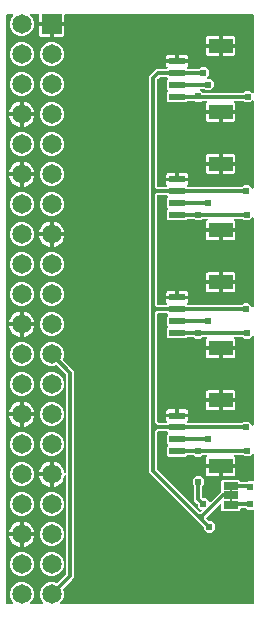
<source format=gbr>
G04 EAGLE Gerber RS-274X export*
G75*
%MOMM*%
%FSLAX34Y34*%
%LPD*%
%AMOC8*
5,1,8,0,0,1.08239X$1,22.5*%
G01*
%ADD10R,1.651000X1.651000*%
%ADD11C,1.651000*%
%ADD12R,1.350000X0.600000*%
%ADD13R,2.000000X1.200000*%
%ADD14R,1.270000X0.635000*%
%ADD15C,0.203200*%
%ADD16C,0.609600*%
%ADD17C,0.304800*%

G36*
X10509Y5215D02*
X10509Y5215D01*
X10561Y5214D01*
X10640Y5235D01*
X10721Y5248D01*
X10767Y5270D01*
X10817Y5284D01*
X10886Y5328D01*
X10960Y5363D01*
X10998Y5398D01*
X11041Y5426D01*
X11095Y5489D01*
X11154Y5545D01*
X11180Y5589D01*
X11213Y5629D01*
X11246Y5704D01*
X11286Y5775D01*
X11298Y5826D01*
X11318Y5873D01*
X11326Y5955D01*
X11344Y6035D01*
X11340Y6086D01*
X11345Y6138D01*
X11329Y6218D01*
X11323Y6300D01*
X11303Y6348D01*
X11293Y6398D01*
X11266Y6442D01*
X11224Y6547D01*
X11111Y6686D01*
X11086Y6724D01*
X9794Y8016D01*
X8266Y11704D01*
X8266Y15696D01*
X9794Y19384D01*
X12616Y22206D01*
X16304Y23734D01*
X20296Y23734D01*
X23984Y22206D01*
X26806Y19384D01*
X28334Y15696D01*
X28334Y11704D01*
X26806Y8016D01*
X25514Y6724D01*
X25483Y6683D01*
X25446Y6647D01*
X25405Y6576D01*
X25356Y6510D01*
X25339Y6461D01*
X25314Y6417D01*
X25296Y6337D01*
X25269Y6259D01*
X25267Y6207D01*
X25256Y6157D01*
X25262Y6075D01*
X25260Y5993D01*
X25273Y5944D01*
X25277Y5892D01*
X25308Y5816D01*
X25330Y5737D01*
X25357Y5693D01*
X25376Y5645D01*
X25428Y5582D01*
X25472Y5513D01*
X25511Y5479D01*
X25544Y5439D01*
X25612Y5394D01*
X25675Y5341D01*
X25722Y5320D01*
X25765Y5292D01*
X25816Y5280D01*
X25919Y5236D01*
X26098Y5218D01*
X26142Y5208D01*
X35858Y5208D01*
X35909Y5215D01*
X35961Y5214D01*
X36040Y5235D01*
X36121Y5248D01*
X36167Y5270D01*
X36217Y5284D01*
X36286Y5328D01*
X36360Y5363D01*
X36398Y5398D01*
X36441Y5426D01*
X36495Y5489D01*
X36554Y5545D01*
X36580Y5589D01*
X36613Y5629D01*
X36646Y5704D01*
X36686Y5775D01*
X36698Y5826D01*
X36718Y5873D01*
X36726Y5955D01*
X36744Y6035D01*
X36740Y6086D01*
X36745Y6138D01*
X36729Y6218D01*
X36723Y6300D01*
X36703Y6348D01*
X36693Y6398D01*
X36666Y6442D01*
X36624Y6547D01*
X36511Y6686D01*
X36486Y6724D01*
X35194Y8016D01*
X33666Y11704D01*
X33666Y15696D01*
X35194Y19384D01*
X38016Y22206D01*
X41704Y23734D01*
X45696Y23734D01*
X47528Y22975D01*
X47589Y22960D01*
X47646Y22935D01*
X47717Y22928D01*
X47786Y22911D01*
X47848Y22914D01*
X47910Y22908D01*
X47980Y22922D01*
X48052Y22926D01*
X48110Y22948D01*
X48171Y22960D01*
X48211Y22986D01*
X48301Y23019D01*
X48470Y23150D01*
X48496Y23167D01*
X55873Y30544D01*
X55886Y30561D01*
X55902Y30574D01*
X55964Y30668D01*
X56031Y30758D01*
X56038Y30778D01*
X56049Y30795D01*
X56059Y30840D01*
X56118Y31009D01*
X56122Y31122D01*
X56133Y31172D01*
X56133Y113503D01*
X56124Y113566D01*
X56124Y113630D01*
X56104Y113697D01*
X56093Y113766D01*
X56066Y113823D01*
X56047Y113884D01*
X56008Y113942D01*
X55978Y114005D01*
X55934Y114052D01*
X55898Y114105D01*
X55844Y114148D01*
X55796Y114200D01*
X55741Y114231D01*
X55691Y114271D01*
X55626Y114297D01*
X55566Y114331D01*
X55503Y114345D01*
X55444Y114369D01*
X55374Y114374D01*
X55306Y114389D01*
X55242Y114384D01*
X55179Y114389D01*
X55111Y114373D01*
X55041Y114368D01*
X54982Y114344D01*
X54920Y114330D01*
X54859Y114295D01*
X54794Y114269D01*
X54745Y114228D01*
X54690Y114196D01*
X54642Y114145D01*
X54588Y114101D01*
X54553Y114048D01*
X54509Y114001D01*
X54492Y113957D01*
X54441Y113880D01*
X54414Y113758D01*
X54368Y113642D01*
X54230Y112772D01*
X53705Y111156D01*
X52933Y109642D01*
X51935Y108267D01*
X50733Y107065D01*
X49358Y106067D01*
X47844Y105295D01*
X46228Y104770D01*
X45477Y104651D01*
X45477Y114411D01*
X45462Y114512D01*
X45453Y114615D01*
X45442Y114643D01*
X45437Y114674D01*
X45393Y114766D01*
X45354Y114861D01*
X45335Y114885D01*
X45322Y114913D01*
X45252Y114988D01*
X45187Y115068D01*
X45161Y115085D01*
X45140Y115107D01*
X45051Y115158D01*
X44966Y115215D01*
X44942Y115220D01*
X44910Y115239D01*
X44650Y115297D01*
X44612Y115294D01*
X44589Y115299D01*
X43699Y115299D01*
X43699Y115301D01*
X44589Y115301D01*
X44690Y115316D01*
X44793Y115325D01*
X44821Y115336D01*
X44852Y115341D01*
X44944Y115385D01*
X45039Y115424D01*
X45063Y115443D01*
X45091Y115456D01*
X45166Y115526D01*
X45246Y115591D01*
X45263Y115617D01*
X45285Y115638D01*
X45336Y115727D01*
X45393Y115812D01*
X45399Y115836D01*
X45417Y115869D01*
X45475Y116128D01*
X45472Y116165D01*
X45475Y116178D01*
X45475Y116179D01*
X45477Y116189D01*
X45477Y125949D01*
X46228Y125830D01*
X47844Y125305D01*
X49358Y124533D01*
X50733Y123535D01*
X51935Y122333D01*
X52933Y120958D01*
X53705Y119444D01*
X54230Y117828D01*
X54368Y116958D01*
X54375Y116936D01*
X54376Y116923D01*
X54387Y116894D01*
X54397Y116834D01*
X54427Y116771D01*
X54448Y116705D01*
X54485Y116652D01*
X54512Y116595D01*
X54560Y116544D01*
X54600Y116486D01*
X54650Y116447D01*
X54694Y116400D01*
X54754Y116366D01*
X54809Y116323D01*
X54869Y116300D01*
X54924Y116269D01*
X54993Y116253D01*
X55058Y116229D01*
X55122Y116225D01*
X55184Y116211D01*
X55254Y116216D01*
X55323Y116212D01*
X55385Y116227D01*
X55449Y116232D01*
X55514Y116258D01*
X55582Y116275D01*
X55636Y116308D01*
X55696Y116331D01*
X55750Y116375D01*
X55810Y116411D01*
X55852Y116459D01*
X55902Y116499D01*
X55941Y116557D01*
X55987Y116609D01*
X56014Y116667D01*
X56049Y116720D01*
X56060Y116766D01*
X56098Y116851D01*
X56104Y116946D01*
X56131Y117066D01*
X56130Y117082D01*
X56133Y117097D01*
X56133Y199428D01*
X56130Y199449D01*
X56132Y199470D01*
X56110Y199580D01*
X56093Y199691D01*
X56084Y199710D01*
X56080Y199730D01*
X56056Y199769D01*
X55978Y199930D01*
X55901Y200013D01*
X55873Y200056D01*
X48496Y207433D01*
X48447Y207470D01*
X48403Y207514D01*
X48340Y207548D01*
X48282Y207591D01*
X48224Y207611D01*
X48169Y207640D01*
X48099Y207654D01*
X48031Y207678D01*
X47969Y207680D01*
X47909Y207692D01*
X47861Y207684D01*
X47766Y207687D01*
X47559Y207631D01*
X47528Y207625D01*
X45696Y206866D01*
X41704Y206866D01*
X38016Y208394D01*
X35194Y211216D01*
X33666Y214904D01*
X33666Y218896D01*
X35194Y222584D01*
X38016Y225406D01*
X41704Y226934D01*
X45696Y226934D01*
X49384Y225406D01*
X52206Y222584D01*
X53734Y218896D01*
X53734Y214904D01*
X52975Y213072D01*
X52960Y213011D01*
X52935Y212954D01*
X52928Y212883D01*
X52911Y212814D01*
X52914Y212752D01*
X52908Y212690D01*
X52922Y212620D01*
X52926Y212548D01*
X52948Y212490D01*
X52960Y212429D01*
X52986Y212389D01*
X53019Y212299D01*
X53150Y212130D01*
X53167Y212104D01*
X60544Y204727D01*
X62739Y202532D01*
X62739Y28068D01*
X60544Y25873D01*
X53167Y18496D01*
X53130Y18447D01*
X53086Y18403D01*
X53052Y18340D01*
X53009Y18282D01*
X52989Y18224D01*
X52960Y18169D01*
X52946Y18099D01*
X52922Y18031D01*
X52920Y17969D01*
X52908Y17909D01*
X52916Y17861D01*
X52913Y17766D01*
X52969Y17559D01*
X52975Y17528D01*
X53734Y15696D01*
X53734Y11704D01*
X52206Y8016D01*
X50914Y6724D01*
X50883Y6683D01*
X50846Y6647D01*
X50805Y6576D01*
X50756Y6510D01*
X50739Y6461D01*
X50714Y6417D01*
X50696Y6337D01*
X50669Y6259D01*
X50667Y6207D01*
X50656Y6157D01*
X50662Y6075D01*
X50660Y5993D01*
X50673Y5944D01*
X50677Y5892D01*
X50708Y5816D01*
X50730Y5737D01*
X50757Y5693D01*
X50776Y5645D01*
X50828Y5582D01*
X50872Y5513D01*
X50911Y5479D01*
X50944Y5439D01*
X51012Y5394D01*
X51075Y5341D01*
X51122Y5320D01*
X51165Y5292D01*
X51216Y5280D01*
X51319Y5236D01*
X51498Y5218D01*
X51542Y5208D01*
X213904Y5208D01*
X214006Y5223D01*
X214108Y5231D01*
X214136Y5243D01*
X214167Y5248D01*
X214259Y5292D01*
X214355Y5330D01*
X214378Y5350D01*
X214406Y5363D01*
X214481Y5433D01*
X214561Y5498D01*
X214578Y5524D01*
X214600Y5545D01*
X214651Y5634D01*
X214708Y5719D01*
X214714Y5743D01*
X214732Y5775D01*
X214790Y6035D01*
X214787Y6073D01*
X214792Y6096D01*
X214792Y84201D01*
X214777Y84303D01*
X214769Y84405D01*
X214757Y84433D01*
X214752Y84464D01*
X214708Y84556D01*
X214670Y84652D01*
X214650Y84675D01*
X214637Y84703D01*
X214567Y84778D01*
X214502Y84858D01*
X214476Y84875D01*
X214455Y84897D01*
X214366Y84948D01*
X214281Y85005D01*
X214257Y85011D01*
X214225Y85029D01*
X213965Y85087D01*
X213927Y85084D01*
X213904Y85089D01*
X209746Y85089D01*
X208482Y86353D01*
X208465Y86366D01*
X208452Y86382D01*
X208358Y86444D01*
X208268Y86511D01*
X208248Y86518D01*
X208231Y86529D01*
X208186Y86539D01*
X208017Y86598D01*
X207904Y86602D01*
X207854Y86613D01*
X204343Y86613D01*
X204241Y86598D01*
X204139Y86590D01*
X204111Y86578D01*
X204080Y86573D01*
X203988Y86529D01*
X203892Y86491D01*
X203869Y86471D01*
X203841Y86458D01*
X203766Y86388D01*
X203686Y86323D01*
X203669Y86297D01*
X203647Y86276D01*
X203596Y86187D01*
X203539Y86102D01*
X203533Y86078D01*
X203515Y86046D01*
X203457Y85786D01*
X203460Y85748D01*
X203455Y85725D01*
X203455Y85242D01*
X202413Y84200D01*
X188239Y84200D01*
X187197Y85242D01*
X187197Y88942D01*
X187190Y88993D01*
X187191Y89045D01*
X187170Y89124D01*
X187157Y89205D01*
X187135Y89251D01*
X187121Y89301D01*
X187077Y89370D01*
X187042Y89444D01*
X187007Y89482D01*
X186979Y89525D01*
X186916Y89579D01*
X186860Y89639D01*
X186816Y89664D01*
X186776Y89698D01*
X186701Y89730D01*
X186630Y89770D01*
X186579Y89782D01*
X186532Y89802D01*
X186450Y89810D01*
X186370Y89828D01*
X186319Y89824D01*
X186267Y89829D01*
X186187Y89813D01*
X186105Y89807D01*
X186057Y89787D01*
X186007Y89777D01*
X185963Y89750D01*
X185858Y89708D01*
X185719Y89595D01*
X185681Y89570D01*
X174886Y78775D01*
X174874Y78764D01*
X174808Y78673D01*
X174738Y78587D01*
X174730Y78567D01*
X174717Y78550D01*
X174680Y78444D01*
X174638Y78340D01*
X174636Y78319D01*
X174629Y78299D01*
X174626Y78187D01*
X174616Y78075D01*
X174621Y78054D01*
X174620Y78033D01*
X174650Y77925D01*
X174674Y77816D01*
X174683Y77802D01*
X174690Y77777D01*
X174833Y77552D01*
X174871Y77520D01*
X174888Y77495D01*
X176773Y75686D01*
X176783Y75679D01*
X176790Y75670D01*
X176892Y75603D01*
X176991Y75533D01*
X177002Y75529D01*
X177011Y75523D01*
X177044Y75515D01*
X177243Y75451D01*
X177341Y75449D01*
X177388Y75439D01*
X179291Y75439D01*
X182119Y72611D01*
X182119Y68613D01*
X179291Y65785D01*
X175293Y65785D01*
X172465Y68613D01*
X172465Y70286D01*
X172461Y70316D01*
X172463Y70347D01*
X172441Y70447D01*
X172425Y70549D01*
X172412Y70577D01*
X172406Y70606D01*
X172377Y70649D01*
X172310Y70789D01*
X172221Y70883D01*
X172192Y70928D01*
X169999Y73031D01*
X169989Y73038D01*
X169982Y73047D01*
X169881Y73114D01*
X169827Y73152D01*
X168764Y74215D01*
X168755Y74222D01*
X168751Y74228D01*
X167665Y75270D01*
X167636Y75326D01*
X167568Y75396D01*
X167542Y75437D01*
X126491Y116488D01*
X126491Y452218D01*
X132576Y458303D01*
X140669Y458303D01*
X140690Y458306D01*
X140711Y458304D01*
X140821Y458326D01*
X140932Y458343D01*
X140951Y458352D01*
X140972Y458356D01*
X141010Y458380D01*
X141171Y458458D01*
X141254Y458535D01*
X141297Y458563D01*
X141568Y458833D01*
X141629Y458916D01*
X141695Y458994D01*
X141707Y459022D01*
X141725Y459047D01*
X141759Y459144D01*
X141799Y459238D01*
X141803Y459269D01*
X141813Y459298D01*
X141816Y459401D01*
X141827Y459503D01*
X141821Y459533D01*
X141822Y459564D01*
X141795Y459663D01*
X141775Y459764D01*
X141762Y459784D01*
X141752Y459820D01*
X141609Y460045D01*
X141580Y460069D01*
X141568Y460089D01*
X141217Y460440D01*
X140882Y461019D01*
X140709Y461665D01*
X140709Y463501D01*
X149389Y463501D01*
X149490Y463516D01*
X149593Y463524D01*
X149621Y463536D01*
X149652Y463540D01*
X149744Y463585D01*
X149839Y463623D01*
X149863Y463643D01*
X149891Y463656D01*
X149966Y463726D01*
X149997Y463752D01*
X150013Y463732D01*
X150039Y463715D01*
X150060Y463693D01*
X150149Y463642D01*
X150234Y463585D01*
X150258Y463579D01*
X150291Y463561D01*
X150550Y463503D01*
X150588Y463506D01*
X150611Y463501D01*
X159291Y463501D01*
X159291Y461665D01*
X159118Y461019D01*
X158783Y460440D01*
X158432Y460089D01*
X158372Y460007D01*
X158305Y459928D01*
X158293Y459900D01*
X158275Y459875D01*
X158241Y459779D01*
X158201Y459684D01*
X158197Y459653D01*
X158187Y459624D01*
X158184Y459522D01*
X158173Y459420D01*
X158179Y459389D01*
X158178Y459359D01*
X158205Y459260D01*
X158225Y459159D01*
X158238Y459139D01*
X158248Y459102D01*
X158391Y458878D01*
X158420Y458853D01*
X158432Y458833D01*
X158703Y458563D01*
X158720Y458550D01*
X158733Y458534D01*
X158826Y458472D01*
X158917Y458405D01*
X158936Y458398D01*
X158954Y458387D01*
X158998Y458377D01*
X159168Y458318D01*
X159280Y458314D01*
X159331Y458303D01*
X168153Y458303D01*
X168173Y458306D01*
X168194Y458304D01*
X168305Y458326D01*
X168416Y458343D01*
X168434Y458352D01*
X168455Y458356D01*
X168494Y458380D01*
X168655Y458458D01*
X168737Y458535D01*
X168781Y458563D01*
X169959Y459741D01*
X173957Y459741D01*
X176785Y456913D01*
X176785Y452915D01*
X175221Y451351D01*
X175190Y451310D01*
X175153Y451274D01*
X175112Y451203D01*
X175063Y451137D01*
X175046Y451088D01*
X175021Y451044D01*
X175003Y450964D01*
X174976Y450886D01*
X174974Y450834D01*
X174963Y450784D01*
X174970Y450702D01*
X174967Y450620D01*
X174980Y450571D01*
X174985Y450519D01*
X175015Y450443D01*
X175037Y450364D01*
X175064Y450320D01*
X175084Y450272D01*
X175135Y450209D01*
X175179Y450140D01*
X175219Y450106D01*
X175251Y450066D01*
X175320Y450021D01*
X175382Y449968D01*
X175429Y449947D01*
X175472Y449919D01*
X175523Y449907D01*
X175626Y449863D01*
X175805Y449845D01*
X175849Y449835D01*
X178021Y449835D01*
X180849Y447007D01*
X180849Y443009D01*
X178021Y440181D01*
X174023Y440181D01*
X172767Y441437D01*
X172750Y441450D01*
X172737Y441466D01*
X172643Y441528D01*
X172553Y441595D01*
X172533Y441602D01*
X172516Y441613D01*
X172471Y441623D01*
X172302Y441682D01*
X172189Y441686D01*
X172139Y441697D01*
X170269Y441697D01*
X170218Y441690D01*
X170167Y441691D01*
X170087Y441670D01*
X170006Y441657D01*
X169960Y441635D01*
X169910Y441621D01*
X169841Y441577D01*
X169767Y441542D01*
X169729Y441507D01*
X169686Y441479D01*
X169633Y441416D01*
X169573Y441360D01*
X169547Y441316D01*
X169514Y441276D01*
X169481Y441201D01*
X169441Y441130D01*
X169430Y441079D01*
X169409Y441032D01*
X169401Y440950D01*
X169383Y440870D01*
X169387Y440819D01*
X169382Y440767D01*
X169398Y440687D01*
X169405Y440605D01*
X169424Y440557D01*
X169434Y440507D01*
X169462Y440463D01*
X169504Y440358D01*
X169617Y440219D01*
X169641Y440181D01*
X171259Y438563D01*
X171276Y438550D01*
X171289Y438534D01*
X171383Y438472D01*
X171473Y438405D01*
X171493Y438398D01*
X171510Y438387D01*
X171555Y438377D01*
X171724Y438318D01*
X171837Y438314D01*
X171887Y438303D01*
X206065Y438303D01*
X206085Y438306D01*
X206106Y438304D01*
X206217Y438326D01*
X206328Y438343D01*
X206346Y438352D01*
X206367Y438356D01*
X206406Y438380D01*
X206567Y438458D01*
X206649Y438535D01*
X206693Y438563D01*
X207805Y439675D01*
X211803Y439675D01*
X213276Y438202D01*
X213317Y438171D01*
X213353Y438134D01*
X213424Y438093D01*
X213490Y438044D01*
X213539Y438027D01*
X213583Y438002D01*
X213663Y437984D01*
X213741Y437957D01*
X213793Y437955D01*
X213843Y437944D01*
X213925Y437951D01*
X214007Y437948D01*
X214056Y437961D01*
X214108Y437966D01*
X214184Y437996D01*
X214263Y438018D01*
X214307Y438045D01*
X214355Y438065D01*
X214418Y438116D01*
X214487Y438160D01*
X214521Y438200D01*
X214561Y438232D01*
X214606Y438301D01*
X214659Y438363D01*
X214680Y438410D01*
X214708Y438453D01*
X214720Y438504D01*
X214764Y438607D01*
X214782Y438786D01*
X214792Y438830D01*
X214792Y503904D01*
X214777Y504006D01*
X214769Y504108D01*
X214757Y504136D01*
X214752Y504167D01*
X214708Y504259D01*
X214670Y504355D01*
X214650Y504378D01*
X214637Y504406D01*
X214567Y504481D01*
X214502Y504561D01*
X214476Y504578D01*
X214455Y504600D01*
X214366Y504651D01*
X214281Y504708D01*
X214257Y504714D01*
X214225Y504732D01*
X213965Y504790D01*
X213927Y504787D01*
X213904Y504792D01*
X55384Y504792D01*
X55282Y504777D01*
X55180Y504769D01*
X55152Y504757D01*
X55121Y504752D01*
X55029Y504708D01*
X54933Y504670D01*
X54910Y504650D01*
X54882Y504637D01*
X54807Y504567D01*
X54727Y504502D01*
X54710Y504476D01*
X54688Y504455D01*
X54637Y504366D01*
X54580Y504281D01*
X54574Y504257D01*
X54556Y504225D01*
X54498Y503965D01*
X54501Y503927D01*
X54496Y503904D01*
X54496Y498077D01*
X44589Y498077D01*
X44488Y498062D01*
X44385Y498053D01*
X44357Y498042D01*
X44326Y498037D01*
X44234Y497993D01*
X44139Y497954D01*
X44115Y497935D01*
X44087Y497922D01*
X44012Y497852D01*
X43932Y497787D01*
X43915Y497761D01*
X43893Y497740D01*
X43842Y497651D01*
X43785Y497566D01*
X43780Y497542D01*
X43761Y497510D01*
X43703Y497250D01*
X43706Y497212D01*
X43701Y497189D01*
X43701Y496299D01*
X43699Y496299D01*
X43699Y497189D01*
X43684Y497290D01*
X43675Y497393D01*
X43664Y497421D01*
X43659Y497452D01*
X43615Y497544D01*
X43576Y497639D01*
X43557Y497663D01*
X43544Y497691D01*
X43474Y497766D01*
X43409Y497846D01*
X43383Y497863D01*
X43362Y497885D01*
X43273Y497936D01*
X43188Y497993D01*
X43164Y497999D01*
X43131Y498017D01*
X42872Y498075D01*
X42834Y498072D01*
X42811Y498077D01*
X32904Y498077D01*
X32904Y503904D01*
X32889Y504006D01*
X32881Y504108D01*
X32869Y504136D01*
X32864Y504167D01*
X32820Y504259D01*
X32782Y504355D01*
X32762Y504378D01*
X32749Y504406D01*
X32679Y504481D01*
X32614Y504561D01*
X32588Y504578D01*
X32567Y504600D01*
X32478Y504651D01*
X32393Y504708D01*
X32369Y504714D01*
X32337Y504732D01*
X32077Y504790D01*
X32039Y504787D01*
X32016Y504792D01*
X26142Y504792D01*
X26091Y504785D01*
X26039Y504786D01*
X25960Y504765D01*
X25879Y504752D01*
X25833Y504730D01*
X25783Y504716D01*
X25714Y504672D01*
X25640Y504637D01*
X25602Y504602D01*
X25559Y504574D01*
X25505Y504511D01*
X25446Y504455D01*
X25420Y504411D01*
X25387Y504371D01*
X25354Y504296D01*
X25314Y504225D01*
X25302Y504174D01*
X25282Y504127D01*
X25274Y504045D01*
X25256Y503965D01*
X25260Y503914D01*
X25255Y503862D01*
X25271Y503782D01*
X25277Y503700D01*
X25297Y503652D01*
X25307Y503602D01*
X25334Y503558D01*
X25376Y503453D01*
X25489Y503314D01*
X25514Y503276D01*
X26806Y501984D01*
X28334Y498296D01*
X28334Y494304D01*
X26806Y490616D01*
X23984Y487794D01*
X20296Y486266D01*
X16304Y486266D01*
X12616Y487794D01*
X9794Y490616D01*
X8266Y494304D01*
X8266Y498296D01*
X9794Y501984D01*
X11086Y503276D01*
X11117Y503317D01*
X11154Y503353D01*
X11195Y503424D01*
X11244Y503490D01*
X11261Y503539D01*
X11286Y503583D01*
X11304Y503663D01*
X11331Y503741D01*
X11333Y503793D01*
X11344Y503843D01*
X11338Y503925D01*
X11340Y504007D01*
X11327Y504056D01*
X11323Y504108D01*
X11292Y504184D01*
X11270Y504263D01*
X11243Y504307D01*
X11224Y504355D01*
X11172Y504418D01*
X11128Y504487D01*
X11089Y504521D01*
X11056Y504561D01*
X10988Y504606D01*
X10925Y504659D01*
X10878Y504680D01*
X10835Y504708D01*
X10784Y504720D01*
X10681Y504764D01*
X10502Y504782D01*
X10458Y504792D01*
X6096Y504792D01*
X5994Y504777D01*
X5892Y504769D01*
X5864Y504757D01*
X5833Y504752D01*
X5741Y504708D01*
X5645Y504670D01*
X5622Y504650D01*
X5594Y504637D01*
X5519Y504567D01*
X5439Y504502D01*
X5422Y504476D01*
X5400Y504455D01*
X5349Y504366D01*
X5292Y504281D01*
X5286Y504257D01*
X5268Y504225D01*
X5210Y503965D01*
X5213Y503927D01*
X5208Y503904D01*
X5208Y6096D01*
X5223Y5994D01*
X5231Y5892D01*
X5243Y5864D01*
X5248Y5833D01*
X5292Y5741D01*
X5330Y5645D01*
X5350Y5622D01*
X5363Y5594D01*
X5433Y5519D01*
X5498Y5439D01*
X5524Y5422D01*
X5545Y5400D01*
X5634Y5349D01*
X5719Y5292D01*
X5743Y5286D01*
X5775Y5268D01*
X6035Y5210D01*
X6073Y5213D01*
X6096Y5208D01*
X10458Y5208D01*
X10509Y5215D01*
G37*
G36*
X213925Y256595D02*
X213925Y256595D01*
X214007Y256592D01*
X214056Y256605D01*
X214108Y256610D01*
X214184Y256640D01*
X214263Y256662D01*
X214307Y256689D01*
X214355Y256709D01*
X214418Y256760D01*
X214487Y256804D01*
X214521Y256844D01*
X214561Y256876D01*
X214606Y256945D01*
X214659Y257007D01*
X214680Y257054D01*
X214708Y257097D01*
X214720Y257148D01*
X214764Y257251D01*
X214782Y257430D01*
X214792Y257474D01*
X214792Y332060D01*
X214785Y332111D01*
X214786Y332162D01*
X214765Y332242D01*
X214752Y332323D01*
X214730Y332369D01*
X214716Y332419D01*
X214672Y332488D01*
X214637Y332562D01*
X214602Y332600D01*
X214574Y332643D01*
X214511Y332696D01*
X214455Y332756D01*
X214411Y332782D01*
X214371Y332815D01*
X214296Y332848D01*
X214225Y332888D01*
X214174Y332899D01*
X214127Y332920D01*
X214045Y332928D01*
X213965Y332946D01*
X213914Y332942D01*
X213862Y332947D01*
X213782Y332931D01*
X213700Y332924D01*
X213652Y332905D01*
X213602Y332895D01*
X213558Y332867D01*
X213453Y332825D01*
X213314Y332712D01*
X213276Y332688D01*
X210787Y330199D01*
X206789Y330199D01*
X205525Y331463D01*
X205508Y331476D01*
X205495Y331492D01*
X205401Y331554D01*
X205311Y331621D01*
X205291Y331628D01*
X205274Y331639D01*
X205229Y331649D01*
X205060Y331708D01*
X204947Y331712D01*
X204897Y331723D01*
X198698Y331723D01*
X198663Y331718D01*
X198629Y331721D01*
X198532Y331698D01*
X198435Y331683D01*
X198404Y331668D01*
X198370Y331661D01*
X198284Y331611D01*
X198195Y331568D01*
X198170Y331544D01*
X198140Y331527D01*
X198073Y331454D01*
X198001Y331386D01*
X197984Y331356D01*
X197961Y331331D01*
X197918Y331242D01*
X197869Y331156D01*
X197862Y331122D01*
X197847Y331091D01*
X197833Y330993D01*
X197811Y330896D01*
X197814Y330862D01*
X197809Y330827D01*
X197825Y330730D01*
X197833Y330631D01*
X197846Y330599D01*
X197851Y330565D01*
X197895Y330476D01*
X197932Y330384D01*
X197954Y330358D01*
X197969Y330327D01*
X198008Y330291D01*
X198100Y330178D01*
X198214Y330101D01*
X198253Y330066D01*
X198310Y330033D01*
X198783Y329560D01*
X199118Y328981D01*
X199291Y328335D01*
X199291Y323777D01*
X187639Y323777D01*
X187538Y323762D01*
X187435Y323753D01*
X187407Y323742D01*
X187376Y323737D01*
X187284Y323693D01*
X187189Y323654D01*
X187165Y323635D01*
X187137Y323622D01*
X187062Y323552D01*
X186982Y323487D01*
X186965Y323461D01*
X186943Y323440D01*
X186892Y323351D01*
X186835Y323266D01*
X186830Y323242D01*
X186811Y323209D01*
X186753Y322950D01*
X186756Y322912D01*
X186751Y322889D01*
X186751Y321999D01*
X186749Y321999D01*
X186749Y322889D01*
X186734Y322990D01*
X186725Y323093D01*
X186714Y323121D01*
X186709Y323152D01*
X186665Y323244D01*
X186626Y323339D01*
X186607Y323363D01*
X186594Y323391D01*
X186524Y323466D01*
X186459Y323546D01*
X186433Y323563D01*
X186412Y323585D01*
X186323Y323636D01*
X186238Y323693D01*
X186214Y323698D01*
X186181Y323717D01*
X185922Y323775D01*
X185884Y323772D01*
X185861Y323777D01*
X174209Y323777D01*
X174209Y328335D01*
X174382Y328981D01*
X174717Y329560D01*
X175190Y330033D01*
X175247Y330066D01*
X175274Y330087D01*
X175305Y330102D01*
X175377Y330170D01*
X175454Y330232D01*
X175474Y330260D01*
X175499Y330284D01*
X175548Y330370D01*
X175604Y330451D01*
X175614Y330485D01*
X175631Y330514D01*
X175652Y330611D01*
X175681Y330706D01*
X175681Y330740D01*
X175689Y330774D01*
X175681Y330872D01*
X175680Y330971D01*
X175670Y331004D01*
X175667Y331039D01*
X175630Y331131D01*
X175601Y331225D01*
X175581Y331253D01*
X175568Y331286D01*
X175506Y331362D01*
X175449Y331444D01*
X175422Y331465D01*
X175400Y331492D01*
X175318Y331547D01*
X175240Y331608D01*
X175208Y331620D01*
X175179Y331639D01*
X175128Y331651D01*
X174992Y331703D01*
X174854Y331712D01*
X174802Y331723D01*
X171785Y331723D01*
X171765Y331720D01*
X171744Y331722D01*
X171633Y331700D01*
X171522Y331683D01*
X171504Y331674D01*
X171483Y331670D01*
X171444Y331646D01*
X171283Y331568D01*
X171201Y331491D01*
X171157Y331463D01*
X169893Y330199D01*
X165895Y330199D01*
X164657Y331437D01*
X164640Y331450D01*
X164627Y331466D01*
X164533Y331528D01*
X164443Y331595D01*
X164423Y331602D01*
X164406Y331613D01*
X164361Y331623D01*
X164192Y331682D01*
X164079Y331686D01*
X164029Y331697D01*
X159331Y331697D01*
X159310Y331694D01*
X159289Y331696D01*
X159179Y331674D01*
X159068Y331657D01*
X159049Y331648D01*
X159028Y331644D01*
X158990Y331620D01*
X158829Y331542D01*
X158746Y331465D01*
X158703Y331437D01*
X157487Y330221D01*
X142513Y330221D01*
X141471Y331263D01*
X141471Y338737D01*
X142106Y339372D01*
X142167Y339455D01*
X142234Y339533D01*
X142246Y339561D01*
X142264Y339586D01*
X142298Y339683D01*
X142338Y339777D01*
X142341Y339808D01*
X142351Y339837D01*
X142355Y339940D01*
X142366Y340042D01*
X142360Y340072D01*
X142361Y340103D01*
X142334Y340202D01*
X142314Y340302D01*
X142301Y340323D01*
X142291Y340359D01*
X142148Y340583D01*
X142119Y340608D01*
X142106Y340628D01*
X141471Y341263D01*
X141471Y348737D01*
X142106Y349372D01*
X142167Y349455D01*
X142234Y349533D01*
X142246Y349561D01*
X142264Y349586D01*
X142298Y349683D01*
X142338Y349777D01*
X142341Y349808D01*
X142351Y349837D01*
X142355Y349939D01*
X142366Y350042D01*
X142360Y350072D01*
X142361Y350103D01*
X142334Y350202D01*
X142314Y350302D01*
X142301Y350323D01*
X142291Y350359D01*
X142148Y350583D01*
X142119Y350608D01*
X142106Y350628D01*
X141297Y351437D01*
X141281Y351450D01*
X141267Y351466D01*
X141174Y351528D01*
X141083Y351595D01*
X141064Y351602D01*
X141046Y351613D01*
X141002Y351623D01*
X140832Y351682D01*
X140720Y351686D01*
X140669Y351697D01*
X133985Y351697D01*
X133883Y351682D01*
X133781Y351674D01*
X133753Y351662D01*
X133722Y351657D01*
X133630Y351613D01*
X133534Y351575D01*
X133511Y351555D01*
X133483Y351542D01*
X133408Y351472D01*
X133328Y351407D01*
X133311Y351381D01*
X133289Y351360D01*
X133238Y351271D01*
X133181Y351186D01*
X133175Y351162D01*
X133157Y351130D01*
X133099Y350870D01*
X133102Y350832D01*
X133097Y350809D01*
X133097Y259292D01*
X133100Y259271D01*
X133098Y259250D01*
X133120Y259140D01*
X133137Y259029D01*
X133146Y259010D01*
X133150Y258990D01*
X133174Y258951D01*
X133252Y258790D01*
X133329Y258707D01*
X133357Y258664D01*
X133458Y258563D01*
X133475Y258550D01*
X133488Y258534D01*
X133582Y258472D01*
X133672Y258405D01*
X133692Y258398D01*
X133709Y258387D01*
X133754Y258377D01*
X133923Y258318D01*
X134036Y258314D01*
X134086Y258303D01*
X140669Y258303D01*
X140690Y258306D01*
X140711Y258304D01*
X140821Y258326D01*
X140932Y258343D01*
X140951Y258352D01*
X140972Y258356D01*
X141010Y258380D01*
X141171Y258458D01*
X141254Y258535D01*
X141297Y258563D01*
X141568Y258833D01*
X141629Y258916D01*
X141695Y258994D01*
X141707Y259022D01*
X141725Y259047D01*
X141759Y259144D01*
X141799Y259238D01*
X141803Y259269D01*
X141813Y259298D01*
X141816Y259401D01*
X141827Y259503D01*
X141821Y259533D01*
X141822Y259564D01*
X141795Y259663D01*
X141775Y259764D01*
X141762Y259784D01*
X141752Y259820D01*
X141609Y260045D01*
X141580Y260069D01*
X141568Y260089D01*
X141217Y260440D01*
X140882Y261019D01*
X140709Y261665D01*
X140709Y263501D01*
X149389Y263501D01*
X149490Y263516D01*
X149593Y263524D01*
X149621Y263536D01*
X149652Y263540D01*
X149744Y263585D01*
X149839Y263623D01*
X149863Y263643D01*
X149891Y263656D01*
X149966Y263726D01*
X149997Y263752D01*
X150013Y263732D01*
X150039Y263715D01*
X150060Y263693D01*
X150149Y263642D01*
X150234Y263585D01*
X150258Y263579D01*
X150291Y263561D01*
X150550Y263503D01*
X150588Y263506D01*
X150611Y263501D01*
X159291Y263501D01*
X159291Y261665D01*
X159118Y261019D01*
X158783Y260440D01*
X158432Y260089D01*
X158372Y260007D01*
X158305Y259928D01*
X158293Y259900D01*
X158275Y259875D01*
X158241Y259779D01*
X158201Y259684D01*
X158197Y259653D01*
X158187Y259624D01*
X158184Y259522D01*
X158173Y259420D01*
X158179Y259389D01*
X158178Y259359D01*
X158205Y259260D01*
X158225Y259159D01*
X158238Y259139D01*
X158248Y259102D01*
X158391Y258878D01*
X158420Y258853D01*
X158432Y258833D01*
X158703Y258563D01*
X158720Y258550D01*
X158733Y258534D01*
X158826Y258472D01*
X158917Y258405D01*
X158936Y258398D01*
X158954Y258387D01*
X158998Y258377D01*
X159168Y258318D01*
X159280Y258314D01*
X159331Y258303D01*
X204373Y258303D01*
X204393Y258306D01*
X204414Y258304D01*
X204525Y258326D01*
X204636Y258343D01*
X204654Y258352D01*
X204675Y258356D01*
X204714Y258380D01*
X204875Y258458D01*
X204957Y258535D01*
X205001Y258563D01*
X206281Y259843D01*
X210279Y259843D01*
X213276Y256846D01*
X213317Y256815D01*
X213353Y256778D01*
X213424Y256737D01*
X213490Y256688D01*
X213539Y256671D01*
X213583Y256646D01*
X213663Y256628D01*
X213741Y256601D01*
X213793Y256599D01*
X213843Y256588D01*
X213925Y256595D01*
G37*
G36*
X213925Y156519D02*
X213925Y156519D01*
X214007Y156516D01*
X214056Y156529D01*
X214108Y156534D01*
X214184Y156564D01*
X214263Y156586D01*
X214307Y156613D01*
X214355Y156633D01*
X214418Y156684D01*
X214487Y156728D01*
X214521Y156768D01*
X214561Y156800D01*
X214606Y156869D01*
X214659Y156931D01*
X214680Y156978D01*
X214708Y157021D01*
X214720Y157072D01*
X214764Y157175D01*
X214782Y157354D01*
X214792Y157398D01*
X214792Y231476D01*
X214785Y231527D01*
X214786Y231578D01*
X214765Y231658D01*
X214752Y231739D01*
X214730Y231785D01*
X214716Y231835D01*
X214672Y231904D01*
X214637Y231978D01*
X214602Y232016D01*
X214574Y232059D01*
X214511Y232112D01*
X214455Y232172D01*
X214411Y232198D01*
X214371Y232231D01*
X214296Y232264D01*
X214225Y232304D01*
X214174Y232315D01*
X214127Y232336D01*
X214045Y232344D01*
X213965Y232362D01*
X213914Y232358D01*
X213862Y232363D01*
X213782Y232347D01*
X213700Y232340D01*
X213652Y232321D01*
X213602Y232311D01*
X213558Y232283D01*
X213453Y232241D01*
X213314Y232128D01*
X213276Y232104D01*
X211295Y230123D01*
X207297Y230123D01*
X206033Y231387D01*
X206016Y231400D01*
X206003Y231416D01*
X205909Y231478D01*
X205819Y231545D01*
X205799Y231552D01*
X205782Y231563D01*
X205737Y231573D01*
X205568Y231632D01*
X205455Y231636D01*
X205405Y231647D01*
X198829Y231647D01*
X198795Y231642D01*
X198760Y231645D01*
X198664Y231622D01*
X198566Y231607D01*
X198535Y231592D01*
X198501Y231584D01*
X198416Y231535D01*
X198327Y231492D01*
X198301Y231468D01*
X198271Y231450D01*
X198205Y231378D01*
X198133Y231310D01*
X198115Y231280D01*
X198092Y231254D01*
X198050Y231165D01*
X198001Y231080D01*
X197993Y231046D01*
X197978Y231014D01*
X197964Y230916D01*
X197943Y230820D01*
X197946Y230785D01*
X197941Y230751D01*
X197957Y230653D01*
X197965Y230555D01*
X197978Y230523D01*
X197983Y230488D01*
X198027Y230400D01*
X198064Y230308D01*
X198086Y230281D01*
X198101Y230250D01*
X198140Y230215D01*
X198231Y230102D01*
X198261Y230083D01*
X198783Y229560D01*
X199118Y228981D01*
X199291Y228335D01*
X199291Y223777D01*
X187639Y223777D01*
X187538Y223762D01*
X187435Y223753D01*
X187407Y223742D01*
X187376Y223737D01*
X187284Y223693D01*
X187189Y223654D01*
X187165Y223635D01*
X187137Y223622D01*
X187062Y223552D01*
X186982Y223487D01*
X186965Y223461D01*
X186943Y223440D01*
X186892Y223351D01*
X186835Y223266D01*
X186830Y223242D01*
X186811Y223209D01*
X186753Y222950D01*
X186756Y222912D01*
X186751Y222889D01*
X186751Y221999D01*
X186749Y221999D01*
X186749Y222889D01*
X186734Y222990D01*
X186725Y223093D01*
X186714Y223121D01*
X186709Y223152D01*
X186665Y223244D01*
X186626Y223339D01*
X186607Y223363D01*
X186594Y223391D01*
X186524Y223466D01*
X186459Y223546D01*
X186433Y223563D01*
X186412Y223585D01*
X186323Y223636D01*
X186238Y223693D01*
X186214Y223698D01*
X186181Y223717D01*
X185922Y223775D01*
X185884Y223772D01*
X185861Y223777D01*
X174209Y223777D01*
X174209Y228335D01*
X174382Y228981D01*
X174717Y229560D01*
X175272Y230115D01*
X175322Y230155D01*
X175342Y230184D01*
X175367Y230208D01*
X175416Y230293D01*
X175472Y230375D01*
X175482Y230408D01*
X175499Y230438D01*
X175521Y230535D01*
X175550Y230629D01*
X175549Y230664D01*
X175557Y230698D01*
X175549Y230796D01*
X175549Y230895D01*
X175538Y230928D01*
X175535Y230963D01*
X175499Y231054D01*
X175469Y231148D01*
X175449Y231177D01*
X175436Y231210D01*
X175374Y231286D01*
X175318Y231367D01*
X175291Y231389D01*
X175269Y231416D01*
X175187Y231471D01*
X175109Y231531D01*
X175077Y231544D01*
X175048Y231563D01*
X174996Y231575D01*
X174861Y231627D01*
X174722Y231636D01*
X174671Y231647D01*
X171785Y231647D01*
X171765Y231644D01*
X171744Y231646D01*
X171633Y231624D01*
X171522Y231607D01*
X171504Y231598D01*
X171483Y231594D01*
X171444Y231570D01*
X171283Y231492D01*
X171201Y231415D01*
X171157Y231387D01*
X169893Y230123D01*
X165895Y230123D01*
X164581Y231437D01*
X164564Y231450D01*
X164551Y231466D01*
X164457Y231528D01*
X164367Y231595D01*
X164347Y231602D01*
X164330Y231613D01*
X164285Y231623D01*
X164116Y231682D01*
X164003Y231686D01*
X163953Y231697D01*
X159331Y231697D01*
X159310Y231694D01*
X159289Y231696D01*
X159179Y231674D01*
X159068Y231657D01*
X159049Y231648D01*
X159028Y231644D01*
X158990Y231620D01*
X158829Y231542D01*
X158746Y231465D01*
X158703Y231437D01*
X157487Y230221D01*
X142513Y230221D01*
X141471Y231263D01*
X141471Y238737D01*
X142106Y239372D01*
X142167Y239455D01*
X142234Y239533D01*
X142246Y239561D01*
X142264Y239586D01*
X142298Y239683D01*
X142338Y239777D01*
X142341Y239808D01*
X142351Y239837D01*
X142355Y239940D01*
X142366Y240042D01*
X142360Y240072D01*
X142361Y240103D01*
X142334Y240202D01*
X142314Y240302D01*
X142301Y240323D01*
X142291Y240359D01*
X142148Y240583D01*
X142119Y240608D01*
X142106Y240628D01*
X141471Y241263D01*
X141471Y248737D01*
X142106Y249372D01*
X142167Y249455D01*
X142234Y249533D01*
X142246Y249561D01*
X142264Y249586D01*
X142298Y249683D01*
X142338Y249777D01*
X142341Y249808D01*
X142351Y249837D01*
X142355Y249940D01*
X142366Y250042D01*
X142360Y250072D01*
X142361Y250103D01*
X142334Y250202D01*
X142314Y250302D01*
X142301Y250323D01*
X142291Y250359D01*
X142148Y250583D01*
X142119Y250608D01*
X142106Y250628D01*
X141297Y251437D01*
X141281Y251450D01*
X141267Y251466D01*
X141173Y251528D01*
X141083Y251595D01*
X141064Y251602D01*
X141046Y251613D01*
X141001Y251623D01*
X140832Y251682D01*
X140720Y251686D01*
X140669Y251697D01*
X134086Y251697D01*
X134065Y251694D01*
X134044Y251696D01*
X133934Y251674D01*
X133823Y251657D01*
X133804Y251648D01*
X133784Y251644D01*
X133745Y251620D01*
X133584Y251542D01*
X133501Y251465D01*
X133458Y251437D01*
X133357Y251336D01*
X133344Y251319D01*
X133328Y251306D01*
X133266Y251212D01*
X133199Y251122D01*
X133192Y251102D01*
X133181Y251085D01*
X133171Y251040D01*
X133112Y250871D01*
X133108Y250758D01*
X133097Y250708D01*
X133097Y159724D01*
X133100Y159703D01*
X133098Y159682D01*
X133119Y159575D01*
X133120Y159559D01*
X133122Y159555D01*
X133137Y159461D01*
X133146Y159442D01*
X133150Y159422D01*
X133174Y159383D01*
X133252Y159222D01*
X133329Y159139D01*
X133357Y159096D01*
X133890Y158563D01*
X133907Y158550D01*
X133920Y158534D01*
X134014Y158472D01*
X134104Y158405D01*
X134124Y158398D01*
X134141Y158387D01*
X134186Y158377D01*
X134355Y158318D01*
X134468Y158314D01*
X134518Y158303D01*
X140669Y158303D01*
X140690Y158306D01*
X140711Y158304D01*
X140821Y158326D01*
X140932Y158343D01*
X140951Y158352D01*
X140972Y158356D01*
X141010Y158380D01*
X141171Y158458D01*
X141254Y158535D01*
X141297Y158563D01*
X141568Y158833D01*
X141629Y158916D01*
X141695Y158994D01*
X141707Y159022D01*
X141725Y159047D01*
X141759Y159144D01*
X141799Y159238D01*
X141803Y159269D01*
X141813Y159298D01*
X141816Y159401D01*
X141827Y159503D01*
X141821Y159533D01*
X141822Y159564D01*
X141795Y159663D01*
X141775Y159764D01*
X141762Y159784D01*
X141752Y159820D01*
X141609Y160045D01*
X141580Y160069D01*
X141568Y160089D01*
X141217Y160440D01*
X140882Y161019D01*
X140709Y161665D01*
X140709Y163501D01*
X149389Y163501D01*
X149490Y163516D01*
X149593Y163524D01*
X149621Y163536D01*
X149652Y163540D01*
X149744Y163585D01*
X149839Y163623D01*
X149863Y163643D01*
X149891Y163656D01*
X149966Y163726D01*
X149997Y163752D01*
X150013Y163732D01*
X150039Y163715D01*
X150060Y163693D01*
X150149Y163642D01*
X150234Y163585D01*
X150258Y163579D01*
X150291Y163561D01*
X150550Y163503D01*
X150588Y163506D01*
X150611Y163501D01*
X159291Y163501D01*
X159291Y161665D01*
X159118Y161019D01*
X158783Y160440D01*
X158432Y160089D01*
X158372Y160007D01*
X158305Y159928D01*
X158293Y159900D01*
X158275Y159875D01*
X158241Y159778D01*
X158201Y159684D01*
X158197Y159653D01*
X158187Y159624D01*
X158184Y159522D01*
X158173Y159420D01*
X158179Y159389D01*
X158178Y159359D01*
X158205Y159260D01*
X158225Y159159D01*
X158238Y159139D01*
X158248Y159102D01*
X158391Y158878D01*
X158420Y158853D01*
X158432Y158833D01*
X158703Y158563D01*
X158719Y158550D01*
X158733Y158534D01*
X158826Y158472D01*
X158917Y158405D01*
X158936Y158398D01*
X158954Y158387D01*
X158998Y158377D01*
X159168Y158318D01*
X159280Y158314D01*
X159331Y158303D01*
X204449Y158303D01*
X204469Y158306D01*
X204490Y158304D01*
X204601Y158326D01*
X204712Y158343D01*
X204730Y158352D01*
X204751Y158356D01*
X204790Y158380D01*
X204951Y158458D01*
X205033Y158535D01*
X205077Y158563D01*
X206281Y159767D01*
X210279Y159767D01*
X213276Y156770D01*
X213317Y156739D01*
X213353Y156702D01*
X213424Y156661D01*
X213490Y156612D01*
X213539Y156595D01*
X213583Y156570D01*
X213663Y156552D01*
X213741Y156525D01*
X213793Y156523D01*
X213843Y156512D01*
X213925Y156519D01*
G37*
G36*
X213925Y356925D02*
X213925Y356925D01*
X214007Y356922D01*
X214056Y356935D01*
X214108Y356940D01*
X214184Y356970D01*
X214263Y356992D01*
X214307Y357019D01*
X214355Y357039D01*
X214418Y357090D01*
X214487Y357134D01*
X214521Y357174D01*
X214561Y357206D01*
X214606Y357275D01*
X214659Y357337D01*
X214680Y357384D01*
X214708Y357427D01*
X214720Y357478D01*
X214764Y357581D01*
X214780Y357736D01*
X214790Y357782D01*
X214789Y357791D01*
X214792Y357804D01*
X214792Y430866D01*
X214785Y430917D01*
X214786Y430968D01*
X214765Y431048D01*
X214752Y431129D01*
X214730Y431175D01*
X214716Y431225D01*
X214672Y431294D01*
X214637Y431368D01*
X214602Y431406D01*
X214574Y431449D01*
X214511Y431502D01*
X214455Y431562D01*
X214411Y431588D01*
X214371Y431621D01*
X214296Y431654D01*
X214225Y431694D01*
X214174Y431705D01*
X214127Y431726D01*
X214045Y431734D01*
X213965Y431752D01*
X213914Y431748D01*
X213862Y431753D01*
X213782Y431737D01*
X213700Y431730D01*
X213652Y431711D01*
X213602Y431701D01*
X213558Y431673D01*
X213453Y431631D01*
X213314Y431518D01*
X213276Y431494D01*
X211803Y430021D01*
X207805Y430021D01*
X206389Y431437D01*
X206372Y431450D01*
X206359Y431466D01*
X206265Y431528D01*
X206175Y431595D01*
X206155Y431602D01*
X206138Y431613D01*
X206093Y431623D01*
X205924Y431682D01*
X205811Y431686D01*
X205761Y431697D01*
X198743Y431697D01*
X198708Y431692D01*
X198674Y431695D01*
X198578Y431672D01*
X198480Y431657D01*
X198449Y431642D01*
X198415Y431635D01*
X198330Y431585D01*
X198240Y431542D01*
X198215Y431518D01*
X198185Y431501D01*
X198118Y431428D01*
X198046Y431360D01*
X198029Y431330D01*
X198006Y431305D01*
X197963Y431215D01*
X197914Y431130D01*
X197907Y431096D01*
X197892Y431065D01*
X197878Y430967D01*
X197856Y430870D01*
X197859Y430836D01*
X197854Y430802D01*
X197870Y430704D01*
X197878Y430605D01*
X197891Y430573D01*
X197896Y430539D01*
X197940Y430450D01*
X197977Y430358D01*
X197999Y430332D01*
X198014Y430301D01*
X198053Y430265D01*
X198145Y430152D01*
X198260Y430075D01*
X198299Y430040D01*
X198310Y430033D01*
X198783Y429560D01*
X199118Y428981D01*
X199291Y428335D01*
X199291Y423777D01*
X187639Y423777D01*
X187538Y423762D01*
X187435Y423753D01*
X187407Y423742D01*
X187376Y423737D01*
X187284Y423693D01*
X187189Y423654D01*
X187165Y423635D01*
X187137Y423622D01*
X187062Y423552D01*
X186982Y423487D01*
X186965Y423461D01*
X186943Y423440D01*
X186892Y423351D01*
X186835Y423266D01*
X186830Y423242D01*
X186811Y423209D01*
X186753Y422950D01*
X186756Y422912D01*
X186751Y422889D01*
X186751Y421999D01*
X186749Y421999D01*
X186749Y422889D01*
X186734Y422990D01*
X186725Y423093D01*
X186714Y423121D01*
X186709Y423152D01*
X186665Y423244D01*
X186626Y423339D01*
X186607Y423363D01*
X186594Y423391D01*
X186524Y423466D01*
X186459Y423546D01*
X186433Y423563D01*
X186412Y423585D01*
X186323Y423636D01*
X186238Y423693D01*
X186214Y423698D01*
X186181Y423717D01*
X185922Y423775D01*
X185884Y423772D01*
X185861Y423777D01*
X174209Y423777D01*
X174209Y428335D01*
X174382Y428981D01*
X174717Y429560D01*
X175190Y430033D01*
X175201Y430040D01*
X175228Y430061D01*
X175260Y430076D01*
X175332Y430144D01*
X175409Y430206D01*
X175429Y430234D01*
X175454Y430258D01*
X175503Y430344D01*
X175559Y430425D01*
X175569Y430458D01*
X175586Y430488D01*
X175607Y430585D01*
X175636Y430680D01*
X175636Y430714D01*
X175644Y430748D01*
X175636Y430847D01*
X175635Y430946D01*
X175625Y430978D01*
X175622Y431013D01*
X175585Y431105D01*
X175555Y431199D01*
X175536Y431227D01*
X175523Y431260D01*
X175460Y431337D01*
X175404Y431418D01*
X175377Y431439D01*
X175355Y431466D01*
X175273Y431521D01*
X175195Y431582D01*
X175163Y431594D01*
X175134Y431613D01*
X175083Y431625D01*
X174947Y431677D01*
X174809Y431686D01*
X174757Y431697D01*
X171683Y431697D01*
X171663Y431694D01*
X171642Y431696D01*
X171531Y431674D01*
X171420Y431657D01*
X171402Y431648D01*
X171381Y431644D01*
X171342Y431620D01*
X171181Y431542D01*
X171099Y431465D01*
X171055Y431437D01*
X169893Y430275D01*
X165895Y430275D01*
X164733Y431437D01*
X164716Y431450D01*
X164703Y431466D01*
X164609Y431528D01*
X164519Y431595D01*
X164499Y431602D01*
X164482Y431613D01*
X164437Y431623D01*
X164268Y431682D01*
X164155Y431686D01*
X164105Y431697D01*
X159331Y431697D01*
X159310Y431694D01*
X159289Y431696D01*
X159179Y431674D01*
X159068Y431657D01*
X159049Y431648D01*
X159028Y431644D01*
X158990Y431620D01*
X158829Y431542D01*
X158746Y431465D01*
X158703Y431437D01*
X157487Y430221D01*
X142513Y430221D01*
X141471Y431263D01*
X141471Y438737D01*
X142106Y439372D01*
X142167Y439455D01*
X142234Y439533D01*
X142246Y439561D01*
X142264Y439586D01*
X142298Y439683D01*
X142338Y439777D01*
X142341Y439808D01*
X142351Y439837D01*
X142355Y439940D01*
X142366Y440042D01*
X142360Y440072D01*
X142361Y440103D01*
X142334Y440202D01*
X142314Y440302D01*
X142301Y440323D01*
X142291Y440359D01*
X142148Y440583D01*
X142119Y440608D01*
X142106Y440628D01*
X141471Y441263D01*
X141471Y448737D01*
X142106Y449372D01*
X142167Y449455D01*
X142234Y449533D01*
X142246Y449561D01*
X142264Y449586D01*
X142298Y449683D01*
X142338Y449777D01*
X142341Y449808D01*
X142351Y449837D01*
X142355Y449940D01*
X142366Y450042D01*
X142360Y450072D01*
X142361Y450103D01*
X142334Y450202D01*
X142314Y450302D01*
X142301Y450323D01*
X142291Y450359D01*
X142148Y450583D01*
X142119Y450608D01*
X142106Y450628D01*
X141297Y451437D01*
X141281Y451450D01*
X141267Y451466D01*
X141173Y451528D01*
X141083Y451595D01*
X141064Y451602D01*
X141046Y451613D01*
X141001Y451623D01*
X140832Y451682D01*
X140720Y451686D01*
X140669Y451697D01*
X135680Y451697D01*
X135659Y451694D01*
X135638Y451696D01*
X135528Y451674D01*
X135417Y451657D01*
X135398Y451648D01*
X135378Y451644D01*
X135339Y451620D01*
X135178Y451542D01*
X135095Y451465D01*
X135052Y451437D01*
X133357Y449742D01*
X133344Y449725D01*
X133328Y449712D01*
X133266Y449618D01*
X133199Y449528D01*
X133192Y449508D01*
X133181Y449491D01*
X133171Y449446D01*
X133112Y449277D01*
X133108Y449164D01*
X133097Y449114D01*
X133097Y359191D01*
X133112Y359089D01*
X133120Y358987D01*
X133132Y358959D01*
X133137Y358928D01*
X133181Y358836D01*
X133219Y358740D01*
X133239Y358717D01*
X133252Y358689D01*
X133322Y358614D01*
X133387Y358534D01*
X133413Y358517D01*
X133434Y358495D01*
X133523Y358444D01*
X133608Y358387D01*
X133632Y358381D01*
X133664Y358363D01*
X133924Y358305D01*
X133962Y358308D01*
X133985Y358303D01*
X140669Y358303D01*
X140690Y358306D01*
X140711Y358304D01*
X140821Y358326D01*
X140932Y358343D01*
X140951Y358352D01*
X140972Y358356D01*
X141010Y358380D01*
X141171Y358458D01*
X141254Y358535D01*
X141297Y358563D01*
X141568Y358833D01*
X141629Y358916D01*
X141695Y358994D01*
X141707Y359022D01*
X141725Y359047D01*
X141759Y359144D01*
X141799Y359238D01*
X141803Y359269D01*
X141813Y359298D01*
X141816Y359401D01*
X141827Y359503D01*
X141821Y359533D01*
X141822Y359564D01*
X141795Y359663D01*
X141775Y359764D01*
X141762Y359784D01*
X141752Y359820D01*
X141609Y360045D01*
X141580Y360069D01*
X141568Y360089D01*
X141217Y360440D01*
X140882Y361019D01*
X140709Y361665D01*
X140709Y363501D01*
X149389Y363501D01*
X149490Y363516D01*
X149593Y363524D01*
X149621Y363536D01*
X149652Y363540D01*
X149744Y363585D01*
X149839Y363623D01*
X149863Y363643D01*
X149891Y363656D01*
X149966Y363726D01*
X149997Y363752D01*
X150013Y363732D01*
X150039Y363715D01*
X150060Y363693D01*
X150149Y363642D01*
X150234Y363585D01*
X150258Y363579D01*
X150291Y363561D01*
X150550Y363503D01*
X150588Y363506D01*
X150611Y363501D01*
X159291Y363501D01*
X159291Y361665D01*
X159118Y361019D01*
X158783Y360440D01*
X158432Y360089D01*
X158372Y360007D01*
X158305Y359928D01*
X158293Y359900D01*
X158275Y359875D01*
X158241Y359779D01*
X158201Y359684D01*
X158197Y359653D01*
X158187Y359624D01*
X158184Y359522D01*
X158173Y359420D01*
X158179Y359389D01*
X158178Y359359D01*
X158205Y359260D01*
X158225Y359159D01*
X158238Y359139D01*
X158248Y359102D01*
X158391Y358878D01*
X158420Y358853D01*
X158432Y358833D01*
X158703Y358563D01*
X158720Y358550D01*
X158733Y358534D01*
X158826Y358472D01*
X158917Y358405D01*
X158936Y358398D01*
X158954Y358387D01*
X158998Y358377D01*
X159168Y358318D01*
X159280Y358314D01*
X159331Y358303D01*
X204551Y358303D01*
X204571Y358306D01*
X204592Y358304D01*
X204703Y358326D01*
X204814Y358343D01*
X204832Y358352D01*
X204853Y358356D01*
X204892Y358380D01*
X205053Y358458D01*
X205135Y358535D01*
X205179Y358563D01*
X206535Y359919D01*
X210533Y359919D01*
X213276Y357176D01*
X213317Y357145D01*
X213353Y357108D01*
X213424Y357067D01*
X213490Y357018D01*
X213539Y357001D01*
X213583Y356976D01*
X213663Y356958D01*
X213741Y356931D01*
X213793Y356929D01*
X213843Y356918D01*
X213925Y356925D01*
G37*
G36*
X169608Y83189D02*
X169608Y83189D01*
X169629Y83187D01*
X169739Y83209D01*
X169850Y83226D01*
X169869Y83235D01*
X169889Y83239D01*
X169928Y83263D01*
X170089Y83341D01*
X170172Y83418D01*
X170215Y83446D01*
X170408Y83638D01*
X170437Y83679D01*
X170471Y83711D01*
X170496Y83753D01*
X170535Y83799D01*
X170547Y83827D01*
X170565Y83852D01*
X170585Y83910D01*
X170603Y83941D01*
X170612Y83979D01*
X170639Y84044D01*
X170642Y84074D01*
X170653Y84103D01*
X170655Y84173D01*
X170661Y84201D01*
X170659Y84231D01*
X170667Y84308D01*
X170661Y84338D01*
X170662Y84369D01*
X170641Y84444D01*
X170640Y84466D01*
X170631Y84487D01*
X170615Y84569D01*
X170602Y84589D01*
X170592Y84625D01*
X170547Y84695D01*
X170541Y84713D01*
X170522Y84735D01*
X170449Y84850D01*
X170420Y84874D01*
X170408Y84894D01*
X167385Y87917D01*
X167385Y89704D01*
X167382Y89725D01*
X167384Y89746D01*
X167362Y89856D01*
X167345Y89967D01*
X167336Y89986D01*
X167332Y90006D01*
X167308Y90045D01*
X167230Y90206D01*
X167153Y90289D01*
X167125Y90332D01*
X164591Y92866D01*
X164591Y105075D01*
X164588Y105095D01*
X164590Y105116D01*
X164568Y105227D01*
X164551Y105338D01*
X164542Y105356D01*
X164538Y105377D01*
X164514Y105416D01*
X164436Y105577D01*
X164359Y105659D01*
X164331Y105703D01*
X163067Y106967D01*
X163067Y110965D01*
X165895Y113793D01*
X169893Y113793D01*
X172721Y110965D01*
X172721Y106967D01*
X171457Y105703D01*
X171444Y105686D01*
X171428Y105673D01*
X171366Y105579D01*
X171299Y105489D01*
X171292Y105469D01*
X171281Y105452D01*
X171271Y105407D01*
X171212Y105238D01*
X171208Y105125D01*
X171197Y105075D01*
X171197Y95970D01*
X171200Y95949D01*
X171198Y95928D01*
X171220Y95818D01*
X171237Y95707D01*
X171246Y95688D01*
X171250Y95668D01*
X171274Y95629D01*
X171352Y95468D01*
X171429Y95385D01*
X171457Y95342D01*
X171796Y95003D01*
X171813Y94990D01*
X171826Y94974D01*
X171920Y94912D01*
X172010Y94845D01*
X172030Y94838D01*
X172047Y94827D01*
X172092Y94817D01*
X172261Y94758D01*
X172374Y94754D01*
X172424Y94743D01*
X174211Y94743D01*
X177234Y91720D01*
X177316Y91660D01*
X177394Y91593D01*
X177423Y91581D01*
X177447Y91563D01*
X177544Y91529D01*
X177639Y91489D01*
X177670Y91486D01*
X177699Y91475D01*
X177801Y91472D01*
X177903Y91461D01*
X177933Y91467D01*
X177964Y91466D01*
X178063Y91493D01*
X178164Y91513D01*
X178184Y91526D01*
X178221Y91536D01*
X178445Y91679D01*
X178470Y91708D01*
X178490Y91720D01*
X186937Y100168D01*
X186950Y100185D01*
X186966Y100198D01*
X187028Y100292D01*
X187095Y100382D01*
X187102Y100402D01*
X187113Y100419D01*
X187123Y100464D01*
X187182Y100633D01*
X187186Y100746D01*
X187197Y100796D01*
X187197Y109322D01*
X188239Y110364D01*
X202413Y110364D01*
X203545Y109232D01*
X203577Y109150D01*
X203597Y109127D01*
X203610Y109099D01*
X203680Y109024D01*
X203745Y108944D01*
X203771Y108927D01*
X203792Y108905D01*
X203881Y108854D01*
X203966Y108797D01*
X203990Y108791D01*
X204022Y108773D01*
X204282Y108715D01*
X204320Y108718D01*
X204343Y108713D01*
X208870Y108713D01*
X208890Y108716D01*
X208911Y108714D01*
X209022Y108736D01*
X209133Y108753D01*
X209151Y108762D01*
X209172Y108766D01*
X209211Y108790D01*
X209372Y108868D01*
X209454Y108945D01*
X209498Y108973D01*
X209746Y109221D01*
X213904Y109221D01*
X214006Y109236D01*
X214108Y109244D01*
X214136Y109256D01*
X214167Y109261D01*
X214259Y109305D01*
X214355Y109343D01*
X214378Y109363D01*
X214406Y109376D01*
X214481Y109446D01*
X214561Y109511D01*
X214578Y109537D01*
X214600Y109558D01*
X214651Y109647D01*
X214708Y109732D01*
X214714Y109756D01*
X214732Y109788D01*
X214790Y110048D01*
X214787Y110086D01*
X214792Y110109D01*
X214792Y131654D01*
X214785Y131705D01*
X214786Y131756D01*
X214765Y131836D01*
X214752Y131917D01*
X214730Y131963D01*
X214716Y132013D01*
X214672Y132082D01*
X214637Y132156D01*
X214602Y132194D01*
X214574Y132237D01*
X214511Y132290D01*
X214455Y132350D01*
X214411Y132376D01*
X214371Y132409D01*
X214296Y132442D01*
X214225Y132482D01*
X214174Y132493D01*
X214127Y132514D01*
X214045Y132522D01*
X213965Y132540D01*
X213914Y132536D01*
X213862Y132541D01*
X213782Y132525D01*
X213700Y132518D01*
X213652Y132499D01*
X213602Y132489D01*
X213558Y132461D01*
X213453Y132419D01*
X213314Y132306D01*
X213276Y132282D01*
X211295Y130301D01*
X207297Y130301D01*
X206161Y131437D01*
X206144Y131450D01*
X206131Y131466D01*
X206037Y131528D01*
X205947Y131595D01*
X205927Y131602D01*
X205910Y131613D01*
X205865Y131623D01*
X205696Y131682D01*
X205583Y131686D01*
X205533Y131697D01*
X198743Y131697D01*
X198708Y131692D01*
X198674Y131695D01*
X198577Y131672D01*
X198480Y131657D01*
X198449Y131642D01*
X198415Y131635D01*
X198329Y131585D01*
X198240Y131542D01*
X198215Y131518D01*
X198185Y131501D01*
X198118Y131428D01*
X198046Y131360D01*
X198029Y131330D01*
X198006Y131305D01*
X197963Y131215D01*
X197914Y131130D01*
X197907Y131096D01*
X197892Y131065D01*
X197878Y130967D01*
X197856Y130870D01*
X197859Y130836D01*
X197854Y130801D01*
X197870Y130704D01*
X197878Y130605D01*
X197891Y130573D01*
X197896Y130539D01*
X197940Y130450D01*
X197977Y130358D01*
X197999Y130332D01*
X198014Y130301D01*
X198053Y130265D01*
X198145Y130152D01*
X198260Y130075D01*
X198299Y130040D01*
X198310Y130033D01*
X198783Y129560D01*
X199118Y128981D01*
X199291Y128335D01*
X199291Y123777D01*
X187639Y123777D01*
X187538Y123762D01*
X187435Y123753D01*
X187407Y123742D01*
X187376Y123737D01*
X187284Y123693D01*
X187189Y123654D01*
X187165Y123635D01*
X187137Y123622D01*
X187062Y123552D01*
X186982Y123487D01*
X186965Y123461D01*
X186943Y123440D01*
X186892Y123351D01*
X186835Y123266D01*
X186830Y123242D01*
X186811Y123209D01*
X186753Y122950D01*
X186756Y122912D01*
X186751Y122889D01*
X186751Y121999D01*
X186749Y121999D01*
X186749Y122889D01*
X186734Y122990D01*
X186725Y123093D01*
X186714Y123121D01*
X186709Y123152D01*
X186665Y123244D01*
X186626Y123339D01*
X186607Y123363D01*
X186594Y123391D01*
X186524Y123466D01*
X186459Y123546D01*
X186433Y123563D01*
X186412Y123585D01*
X186323Y123636D01*
X186238Y123693D01*
X186214Y123698D01*
X186181Y123717D01*
X185922Y123775D01*
X185884Y123772D01*
X185861Y123777D01*
X174209Y123777D01*
X174209Y128335D01*
X174382Y128981D01*
X174717Y129560D01*
X175190Y130033D01*
X175201Y130040D01*
X175228Y130061D01*
X175260Y130076D01*
X175332Y130144D01*
X175409Y130205D01*
X175429Y130234D01*
X175454Y130258D01*
X175503Y130344D01*
X175559Y130425D01*
X175569Y130458D01*
X175586Y130488D01*
X175607Y130585D01*
X175636Y130680D01*
X175636Y130714D01*
X175644Y130748D01*
X175636Y130846D01*
X175635Y130945D01*
X175625Y130978D01*
X175622Y131013D01*
X175585Y131105D01*
X175556Y131199D01*
X175536Y131227D01*
X175523Y131260D01*
X175461Y131336D01*
X175404Y131418D01*
X175377Y131439D01*
X175355Y131466D01*
X175273Y131521D01*
X175195Y131582D01*
X175163Y131594D01*
X175134Y131613D01*
X175083Y131625D01*
X174947Y131677D01*
X174809Y131686D01*
X174757Y131697D01*
X171911Y131697D01*
X171891Y131694D01*
X171870Y131696D01*
X171759Y131674D01*
X171648Y131657D01*
X171630Y131648D01*
X171609Y131644D01*
X171570Y131620D01*
X171409Y131542D01*
X171327Y131465D01*
X171283Y131437D01*
X169893Y130047D01*
X165895Y130047D01*
X164505Y131437D01*
X164488Y131450D01*
X164475Y131466D01*
X164381Y131528D01*
X164291Y131595D01*
X164271Y131602D01*
X164254Y131613D01*
X164209Y131623D01*
X164040Y131682D01*
X163927Y131686D01*
X163877Y131697D01*
X159331Y131697D01*
X159310Y131694D01*
X159289Y131696D01*
X159179Y131674D01*
X159068Y131657D01*
X159049Y131648D01*
X159028Y131644D01*
X158990Y131620D01*
X158829Y131542D01*
X158746Y131465D01*
X158703Y131437D01*
X157487Y130221D01*
X142513Y130221D01*
X141471Y131263D01*
X141471Y138737D01*
X142106Y139372D01*
X142167Y139455D01*
X142234Y139533D01*
X142246Y139561D01*
X142264Y139586D01*
X142298Y139683D01*
X142338Y139777D01*
X142341Y139808D01*
X142351Y139837D01*
X142355Y139940D01*
X142366Y140042D01*
X142360Y140072D01*
X142361Y140103D01*
X142334Y140202D01*
X142314Y140302D01*
X142301Y140323D01*
X142291Y140359D01*
X142148Y140583D01*
X142119Y140608D01*
X142106Y140628D01*
X141471Y141263D01*
X141471Y148737D01*
X142106Y149372D01*
X142136Y149412D01*
X142167Y149441D01*
X142191Y149482D01*
X142234Y149533D01*
X142246Y149561D01*
X142264Y149586D01*
X142286Y149649D01*
X142299Y149672D01*
X142306Y149701D01*
X142338Y149777D01*
X142341Y149808D01*
X142351Y149837D01*
X142354Y149920D01*
X142357Y149931D01*
X142356Y149946D01*
X142366Y150042D01*
X142360Y150072D01*
X142361Y150103D01*
X142335Y150195D01*
X142335Y150196D01*
X142335Y150198D01*
X142334Y150202D01*
X142314Y150302D01*
X142301Y150323D01*
X142291Y150359D01*
X142148Y150583D01*
X142119Y150608D01*
X142106Y150628D01*
X141297Y151437D01*
X141281Y151450D01*
X141267Y151466D01*
X141173Y151528D01*
X141083Y151595D01*
X141064Y151602D01*
X141046Y151613D01*
X141001Y151623D01*
X140832Y151682D01*
X140720Y151686D01*
X140669Y151697D01*
X134518Y151697D01*
X134497Y151694D01*
X134476Y151696D01*
X134366Y151674D01*
X134255Y151657D01*
X134236Y151648D01*
X134216Y151644D01*
X134177Y151620D01*
X134016Y151542D01*
X133933Y151465D01*
X133890Y151437D01*
X133357Y150904D01*
X133345Y150887D01*
X133328Y150874D01*
X133266Y150780D01*
X133199Y150690D01*
X133192Y150670D01*
X133181Y150653D01*
X133171Y150608D01*
X133112Y150439D01*
X133108Y150326D01*
X133097Y150276D01*
X133097Y119592D01*
X133100Y119571D01*
X133098Y119550D01*
X133120Y119440D01*
X133137Y119329D01*
X133146Y119310D01*
X133150Y119290D01*
X133174Y119251D01*
X133252Y119090D01*
X133329Y119007D01*
X133357Y118964D01*
X168875Y83446D01*
X168892Y83433D01*
X168905Y83417D01*
X168999Y83355D01*
X169089Y83288D01*
X169109Y83281D01*
X169126Y83270D01*
X169171Y83260D01*
X169340Y83201D01*
X169453Y83197D01*
X169503Y83186D01*
X169587Y83186D01*
X169608Y83189D01*
G37*
%LPC*%
G36*
X16304Y257666D02*
X16304Y257666D01*
X12616Y259194D01*
X9794Y262016D01*
X8266Y265704D01*
X8266Y269696D01*
X9794Y273384D01*
X12616Y276206D01*
X16304Y277734D01*
X20296Y277734D01*
X23984Y276206D01*
X26806Y273384D01*
X28334Y269696D01*
X28334Y265704D01*
X26806Y262016D01*
X23984Y259194D01*
X20296Y257666D01*
X16304Y257666D01*
G37*
%LPD*%
%LPC*%
G36*
X41704Y232266D02*
X41704Y232266D01*
X38016Y233794D01*
X35194Y236616D01*
X33666Y240304D01*
X33666Y244296D01*
X35194Y247984D01*
X38016Y250806D01*
X41704Y252334D01*
X45696Y252334D01*
X49384Y250806D01*
X52206Y247984D01*
X53734Y244296D01*
X53734Y240304D01*
X52206Y236616D01*
X49384Y233794D01*
X45696Y232266D01*
X41704Y232266D01*
G37*
%LPD*%
%LPC*%
G36*
X16304Y206866D02*
X16304Y206866D01*
X12616Y208394D01*
X9794Y211216D01*
X8266Y214904D01*
X8266Y218896D01*
X9794Y222584D01*
X12616Y225406D01*
X16304Y226934D01*
X20296Y226934D01*
X23984Y225406D01*
X26806Y222584D01*
X28334Y218896D01*
X28334Y214904D01*
X26806Y211216D01*
X23984Y208394D01*
X20296Y206866D01*
X16304Y206866D01*
G37*
%LPD*%
%LPC*%
G36*
X16304Y181466D02*
X16304Y181466D01*
X12616Y182994D01*
X9794Y185816D01*
X8266Y189504D01*
X8266Y193496D01*
X9794Y197184D01*
X12616Y200006D01*
X16304Y201534D01*
X20296Y201534D01*
X23984Y200006D01*
X26806Y197184D01*
X28334Y193496D01*
X28334Y189504D01*
X26806Y185816D01*
X23984Y182994D01*
X20296Y181466D01*
X16304Y181466D01*
G37*
%LPD*%
%LPC*%
G36*
X41704Y460866D02*
X41704Y460866D01*
X38016Y462394D01*
X35194Y465216D01*
X33666Y468904D01*
X33666Y472896D01*
X35194Y476584D01*
X38016Y479406D01*
X41704Y480934D01*
X45696Y480934D01*
X49384Y479406D01*
X52206Y476584D01*
X53734Y472896D01*
X53734Y468904D01*
X52206Y465216D01*
X49384Y462394D01*
X45696Y460866D01*
X41704Y460866D01*
G37*
%LPD*%
%LPC*%
G36*
X16304Y460866D02*
X16304Y460866D01*
X12616Y462394D01*
X9794Y465216D01*
X8266Y468904D01*
X8266Y472896D01*
X9794Y476584D01*
X12616Y479406D01*
X16304Y480934D01*
X20296Y480934D01*
X23984Y479406D01*
X26806Y476584D01*
X28334Y472896D01*
X28334Y468904D01*
X26806Y465216D01*
X23984Y462394D01*
X20296Y460866D01*
X16304Y460866D01*
G37*
%LPD*%
%LPC*%
G36*
X41704Y181466D02*
X41704Y181466D01*
X38016Y182994D01*
X35194Y185816D01*
X33666Y189504D01*
X33666Y193496D01*
X35194Y197184D01*
X38016Y200006D01*
X41704Y201534D01*
X45696Y201534D01*
X49384Y200006D01*
X52206Y197184D01*
X53734Y193496D01*
X53734Y189504D01*
X52206Y185816D01*
X49384Y182994D01*
X45696Y181466D01*
X41704Y181466D01*
G37*
%LPD*%
%LPC*%
G36*
X41704Y29066D02*
X41704Y29066D01*
X38016Y30594D01*
X35194Y33416D01*
X33666Y37104D01*
X33666Y41096D01*
X35194Y44784D01*
X38016Y47606D01*
X41704Y49134D01*
X45696Y49134D01*
X49384Y47606D01*
X52206Y44784D01*
X53734Y41096D01*
X53734Y37104D01*
X52206Y33416D01*
X49384Y30594D01*
X45696Y29066D01*
X41704Y29066D01*
G37*
%LPD*%
%LPC*%
G36*
X41704Y156066D02*
X41704Y156066D01*
X38016Y157594D01*
X35194Y160416D01*
X33666Y164104D01*
X33666Y168096D01*
X35194Y171784D01*
X38016Y174606D01*
X41704Y176134D01*
X45696Y176134D01*
X49384Y174606D01*
X52206Y171784D01*
X53734Y168096D01*
X53734Y164104D01*
X52206Y160416D01*
X49384Y157594D01*
X45696Y156066D01*
X41704Y156066D01*
G37*
%LPD*%
%LPC*%
G36*
X16304Y130666D02*
X16304Y130666D01*
X12616Y132194D01*
X9794Y135016D01*
X8266Y138704D01*
X8266Y142696D01*
X9794Y146384D01*
X12616Y149206D01*
X16304Y150734D01*
X20296Y150734D01*
X23984Y149206D01*
X26806Y146384D01*
X28334Y142696D01*
X28334Y138704D01*
X26806Y135016D01*
X23984Y132194D01*
X20296Y130666D01*
X16304Y130666D01*
G37*
%LPD*%
%LPC*%
G36*
X41704Y333866D02*
X41704Y333866D01*
X38016Y335394D01*
X35194Y338216D01*
X33666Y341904D01*
X33666Y345896D01*
X35194Y349584D01*
X38016Y352406D01*
X41704Y353934D01*
X45696Y353934D01*
X49384Y352406D01*
X52206Y349584D01*
X53734Y345896D01*
X53734Y341904D01*
X52206Y338216D01*
X49384Y335394D01*
X45696Y333866D01*
X41704Y333866D01*
G37*
%LPD*%
%LPC*%
G36*
X41704Y435466D02*
X41704Y435466D01*
X38016Y436994D01*
X35194Y439816D01*
X33666Y443504D01*
X33666Y447496D01*
X35194Y451184D01*
X38016Y454006D01*
X41704Y455534D01*
X45696Y455534D01*
X49384Y454006D01*
X52206Y451184D01*
X53734Y447496D01*
X53734Y443504D01*
X52206Y439816D01*
X49384Y436994D01*
X45696Y435466D01*
X41704Y435466D01*
G37*
%LPD*%
%LPC*%
G36*
X16304Y435466D02*
X16304Y435466D01*
X12616Y436994D01*
X9794Y439816D01*
X8266Y443504D01*
X8266Y447496D01*
X9794Y451184D01*
X12616Y454006D01*
X16304Y455534D01*
X20296Y455534D01*
X23984Y454006D01*
X26806Y451184D01*
X28334Y447496D01*
X28334Y443504D01*
X26806Y439816D01*
X23984Y436994D01*
X20296Y435466D01*
X16304Y435466D01*
G37*
%LPD*%
%LPC*%
G36*
X41704Y130666D02*
X41704Y130666D01*
X38016Y132194D01*
X35194Y135016D01*
X33666Y138704D01*
X33666Y142696D01*
X35194Y146384D01*
X38016Y149206D01*
X41704Y150734D01*
X45696Y150734D01*
X49384Y149206D01*
X52206Y146384D01*
X53734Y142696D01*
X53734Y138704D01*
X52206Y135016D01*
X49384Y132194D01*
X45696Y130666D01*
X41704Y130666D01*
G37*
%LPD*%
%LPC*%
G36*
X16304Y105266D02*
X16304Y105266D01*
X12616Y106794D01*
X9794Y109616D01*
X8266Y113304D01*
X8266Y117296D01*
X9794Y120984D01*
X12616Y123806D01*
X16304Y125334D01*
X20296Y125334D01*
X23984Y123806D01*
X26806Y120984D01*
X28334Y117296D01*
X28334Y113304D01*
X26806Y109616D01*
X23984Y106794D01*
X20296Y105266D01*
X16304Y105266D01*
G37*
%LPD*%
%LPC*%
G36*
X41704Y410066D02*
X41704Y410066D01*
X38016Y411594D01*
X35194Y414416D01*
X33666Y418104D01*
X33666Y422096D01*
X35194Y425784D01*
X38016Y428606D01*
X41704Y430134D01*
X45696Y430134D01*
X49384Y428606D01*
X52206Y425784D01*
X53734Y422096D01*
X53734Y418104D01*
X52206Y414416D01*
X49384Y411594D01*
X45696Y410066D01*
X41704Y410066D01*
G37*
%LPD*%
%LPC*%
G36*
X16304Y308466D02*
X16304Y308466D01*
X12616Y309994D01*
X9794Y312816D01*
X8266Y316504D01*
X8266Y320496D01*
X9794Y324184D01*
X12616Y327006D01*
X16304Y328534D01*
X20296Y328534D01*
X23984Y327006D01*
X26806Y324184D01*
X28334Y320496D01*
X28334Y316504D01*
X26806Y312816D01*
X23984Y309994D01*
X20296Y308466D01*
X16304Y308466D01*
G37*
%LPD*%
%LPC*%
G36*
X41704Y79866D02*
X41704Y79866D01*
X38016Y81394D01*
X35194Y84216D01*
X33666Y87904D01*
X33666Y91896D01*
X35194Y95584D01*
X38016Y98406D01*
X41704Y99934D01*
X45696Y99934D01*
X49384Y98406D01*
X52206Y95584D01*
X53734Y91896D01*
X53734Y87904D01*
X52206Y84216D01*
X49384Y81394D01*
X45696Y79866D01*
X41704Y79866D01*
G37*
%LPD*%
%LPC*%
G36*
X16304Y79866D02*
X16304Y79866D01*
X12616Y81394D01*
X9794Y84216D01*
X8266Y87904D01*
X8266Y91896D01*
X9794Y95584D01*
X12616Y98406D01*
X16304Y99934D01*
X20296Y99934D01*
X23984Y98406D01*
X26806Y95584D01*
X28334Y91896D01*
X28334Y87904D01*
X26806Y84216D01*
X23984Y81394D01*
X20296Y79866D01*
X16304Y79866D01*
G37*
%LPD*%
%LPC*%
G36*
X41704Y54466D02*
X41704Y54466D01*
X38016Y55994D01*
X35194Y58816D01*
X33666Y62504D01*
X33666Y66496D01*
X35194Y70184D01*
X38016Y73006D01*
X41704Y74534D01*
X45696Y74534D01*
X49384Y73006D01*
X52206Y70184D01*
X53734Y66496D01*
X53734Y62504D01*
X52206Y58816D01*
X49384Y55994D01*
X45696Y54466D01*
X41704Y54466D01*
G37*
%LPD*%
%LPC*%
G36*
X16304Y29066D02*
X16304Y29066D01*
X12616Y30594D01*
X9794Y33416D01*
X8266Y37104D01*
X8266Y41096D01*
X9794Y44784D01*
X12616Y47606D01*
X16304Y49134D01*
X20296Y49134D01*
X23984Y47606D01*
X26806Y44784D01*
X28334Y41096D01*
X28334Y37104D01*
X26806Y33416D01*
X23984Y30594D01*
X20296Y29066D01*
X16304Y29066D01*
G37*
%LPD*%
%LPC*%
G36*
X41704Y384666D02*
X41704Y384666D01*
X38016Y386194D01*
X35194Y389016D01*
X33666Y392704D01*
X33666Y396696D01*
X35194Y400384D01*
X38016Y403206D01*
X41704Y404734D01*
X45696Y404734D01*
X49384Y403206D01*
X52206Y400384D01*
X53734Y396696D01*
X53734Y392704D01*
X52206Y389016D01*
X49384Y386194D01*
X45696Y384666D01*
X41704Y384666D01*
G37*
%LPD*%
%LPC*%
G36*
X16304Y384666D02*
X16304Y384666D01*
X12616Y386194D01*
X9794Y389016D01*
X8266Y392704D01*
X8266Y396696D01*
X9794Y400384D01*
X12616Y403206D01*
X16304Y404734D01*
X20296Y404734D01*
X23984Y403206D01*
X26806Y400384D01*
X28334Y396696D01*
X28334Y392704D01*
X26806Y389016D01*
X23984Y386194D01*
X20296Y384666D01*
X16304Y384666D01*
G37*
%LPD*%
%LPC*%
G36*
X16304Y283066D02*
X16304Y283066D01*
X12616Y284594D01*
X9794Y287416D01*
X8266Y291104D01*
X8266Y295096D01*
X9794Y298784D01*
X12616Y301606D01*
X16304Y303134D01*
X20296Y303134D01*
X23984Y301606D01*
X26806Y298784D01*
X28334Y295096D01*
X28334Y291104D01*
X26806Y287416D01*
X23984Y284594D01*
X20296Y283066D01*
X16304Y283066D01*
G37*
%LPD*%
%LPC*%
G36*
X41704Y283066D02*
X41704Y283066D01*
X38016Y284594D01*
X35194Y287416D01*
X33666Y291104D01*
X33666Y295096D01*
X35194Y298784D01*
X38016Y301606D01*
X41704Y303134D01*
X45696Y303134D01*
X49384Y301606D01*
X52206Y298784D01*
X53734Y295096D01*
X53734Y291104D01*
X52206Y287416D01*
X49384Y284594D01*
X45696Y283066D01*
X41704Y283066D01*
G37*
%LPD*%
%LPC*%
G36*
X16304Y333866D02*
X16304Y333866D01*
X12616Y335394D01*
X9794Y338216D01*
X8266Y341904D01*
X8266Y345896D01*
X9794Y349584D01*
X12616Y352406D01*
X16304Y353934D01*
X20296Y353934D01*
X23984Y352406D01*
X26806Y349584D01*
X28334Y345896D01*
X28334Y341904D01*
X26806Y338216D01*
X23984Y335394D01*
X20296Y333866D01*
X16304Y333866D01*
G37*
%LPD*%
%LPC*%
G36*
X41704Y257666D02*
X41704Y257666D01*
X38016Y259194D01*
X35194Y262016D01*
X33666Y265704D01*
X33666Y269696D01*
X35194Y273384D01*
X38016Y276206D01*
X41704Y277734D01*
X45696Y277734D01*
X49384Y276206D01*
X52206Y273384D01*
X53734Y269696D01*
X53734Y265704D01*
X52206Y262016D01*
X49384Y259194D01*
X45696Y257666D01*
X41704Y257666D01*
G37*
%LPD*%
%LPC*%
G36*
X41704Y359266D02*
X41704Y359266D01*
X38016Y360794D01*
X35194Y363616D01*
X33666Y367304D01*
X33666Y371296D01*
X35194Y374984D01*
X38016Y377806D01*
X41704Y379334D01*
X45696Y379334D01*
X49384Y377806D01*
X52206Y374984D01*
X53734Y371296D01*
X53734Y367304D01*
X52206Y363616D01*
X49384Y360794D01*
X45696Y359266D01*
X41704Y359266D01*
G37*
%LPD*%
%LPC*%
G36*
X45477Y485504D02*
X45477Y485504D01*
X45477Y494523D01*
X54496Y494523D01*
X54496Y487710D01*
X54323Y487064D01*
X53988Y486485D01*
X53515Y486012D01*
X52936Y485677D01*
X52290Y485504D01*
X45477Y485504D01*
G37*
%LPD*%
%LPC*%
G36*
X35110Y485504D02*
X35110Y485504D01*
X34464Y485677D01*
X33885Y486012D01*
X33412Y486485D01*
X33077Y487064D01*
X32904Y487710D01*
X32904Y494523D01*
X41923Y494523D01*
X41923Y485504D01*
X35110Y485504D01*
G37*
%LPD*%
%LPC*%
G36*
X188527Y479777D02*
X188527Y479777D01*
X188527Y486541D01*
X197085Y486541D01*
X197731Y486368D01*
X198310Y486033D01*
X198783Y485560D01*
X199118Y484981D01*
X199291Y484335D01*
X199291Y479777D01*
X188527Y479777D01*
G37*
%LPD*%
%LPC*%
G36*
X188527Y179777D02*
X188527Y179777D01*
X188527Y186541D01*
X197085Y186541D01*
X197731Y186368D01*
X198310Y186033D01*
X198783Y185560D01*
X199118Y184981D01*
X199291Y184335D01*
X199291Y179777D01*
X188527Y179777D01*
G37*
%LPD*%
%LPC*%
G36*
X188527Y379777D02*
X188527Y379777D01*
X188527Y386541D01*
X197085Y386541D01*
X197731Y386368D01*
X198310Y386033D01*
X198783Y385560D01*
X199118Y384981D01*
X199291Y384335D01*
X199291Y379777D01*
X188527Y379777D01*
G37*
%LPD*%
%LPC*%
G36*
X188527Y279777D02*
X188527Y279777D01*
X188527Y286541D01*
X197085Y286541D01*
X197731Y286368D01*
X198310Y286033D01*
X198783Y285560D01*
X199118Y284981D01*
X199291Y284335D01*
X199291Y279777D01*
X188527Y279777D01*
G37*
%LPD*%
%LPC*%
G36*
X174209Y479777D02*
X174209Y479777D01*
X174209Y484335D01*
X174382Y484981D01*
X174717Y485560D01*
X175190Y486033D01*
X175769Y486368D01*
X176415Y486541D01*
X184973Y486541D01*
X184973Y479777D01*
X174209Y479777D01*
G37*
%LPD*%
%LPC*%
G36*
X174209Y179777D02*
X174209Y179777D01*
X174209Y184335D01*
X174382Y184981D01*
X174717Y185560D01*
X175190Y186033D01*
X175769Y186368D01*
X176415Y186541D01*
X184973Y186541D01*
X184973Y179777D01*
X174209Y179777D01*
G37*
%LPD*%
%LPC*%
G36*
X174209Y379777D02*
X174209Y379777D01*
X174209Y384335D01*
X174382Y384981D01*
X174717Y385560D01*
X175190Y386033D01*
X175769Y386368D01*
X176415Y386541D01*
X184973Y386541D01*
X184973Y379777D01*
X174209Y379777D01*
G37*
%LPD*%
%LPC*%
G36*
X174209Y279777D02*
X174209Y279777D01*
X174209Y284335D01*
X174382Y284981D01*
X174717Y285560D01*
X175190Y286033D01*
X175769Y286368D01*
X176415Y286541D01*
X184973Y286541D01*
X184973Y279777D01*
X174209Y279777D01*
G37*
%LPD*%
%LPC*%
G36*
X188527Y469459D02*
X188527Y469459D01*
X188527Y476223D01*
X199291Y476223D01*
X199291Y471665D01*
X199118Y471019D01*
X198783Y470440D01*
X198310Y469967D01*
X197731Y469632D01*
X197085Y469459D01*
X188527Y469459D01*
G37*
%LPD*%
%LPC*%
G36*
X188527Y213459D02*
X188527Y213459D01*
X188527Y220223D01*
X199291Y220223D01*
X199291Y215665D01*
X199118Y215019D01*
X198783Y214440D01*
X198310Y213967D01*
X197731Y213632D01*
X197085Y213459D01*
X188527Y213459D01*
G37*
%LPD*%
%LPC*%
G36*
X188527Y413459D02*
X188527Y413459D01*
X188527Y420223D01*
X199291Y420223D01*
X199291Y415665D01*
X199118Y415019D01*
X198783Y414440D01*
X198310Y413967D01*
X197731Y413632D01*
X197085Y413459D01*
X188527Y413459D01*
G37*
%LPD*%
%LPC*%
G36*
X188527Y313459D02*
X188527Y313459D01*
X188527Y320223D01*
X199291Y320223D01*
X199291Y315665D01*
X199118Y315019D01*
X198783Y314440D01*
X198310Y313967D01*
X197731Y313632D01*
X197085Y313459D01*
X188527Y313459D01*
G37*
%LPD*%
%LPC*%
G36*
X188527Y269459D02*
X188527Y269459D01*
X188527Y276223D01*
X199291Y276223D01*
X199291Y271665D01*
X199118Y271019D01*
X198783Y270440D01*
X198310Y269967D01*
X197731Y269632D01*
X197085Y269459D01*
X188527Y269459D01*
G37*
%LPD*%
%LPC*%
G36*
X188527Y113459D02*
X188527Y113459D01*
X188527Y120223D01*
X199291Y120223D01*
X199291Y115665D01*
X199118Y115019D01*
X198783Y114440D01*
X198310Y113967D01*
X197731Y113632D01*
X197085Y113459D01*
X188527Y113459D01*
G37*
%LPD*%
%LPC*%
G36*
X188527Y369459D02*
X188527Y369459D01*
X188527Y376223D01*
X199291Y376223D01*
X199291Y371665D01*
X199118Y371019D01*
X198783Y370440D01*
X198310Y369967D01*
X197731Y369632D01*
X197085Y369459D01*
X188527Y369459D01*
G37*
%LPD*%
%LPC*%
G36*
X188527Y169459D02*
X188527Y169459D01*
X188527Y176223D01*
X199291Y176223D01*
X199291Y171665D01*
X199118Y171019D01*
X198783Y170440D01*
X198310Y169967D01*
X197731Y169632D01*
X197085Y169459D01*
X188527Y169459D01*
G37*
%LPD*%
%LPC*%
G36*
X176415Y469459D02*
X176415Y469459D01*
X175769Y469632D01*
X175190Y469967D01*
X174717Y470440D01*
X174382Y471019D01*
X174209Y471665D01*
X174209Y476223D01*
X184973Y476223D01*
X184973Y469459D01*
X176415Y469459D01*
G37*
%LPD*%
%LPC*%
G36*
X176415Y213459D02*
X176415Y213459D01*
X175769Y213632D01*
X175190Y213967D01*
X174717Y214440D01*
X174382Y215019D01*
X174209Y215665D01*
X174209Y220223D01*
X184973Y220223D01*
X184973Y213459D01*
X176415Y213459D01*
G37*
%LPD*%
%LPC*%
G36*
X176415Y413459D02*
X176415Y413459D01*
X175769Y413632D01*
X175190Y413967D01*
X174717Y414440D01*
X174382Y415019D01*
X174209Y415665D01*
X174209Y420223D01*
X184973Y420223D01*
X184973Y413459D01*
X176415Y413459D01*
G37*
%LPD*%
%LPC*%
G36*
X176415Y313459D02*
X176415Y313459D01*
X175769Y313632D01*
X175190Y313967D01*
X174717Y314440D01*
X174382Y315019D01*
X174209Y315665D01*
X174209Y320223D01*
X184973Y320223D01*
X184973Y313459D01*
X176415Y313459D01*
G37*
%LPD*%
%LPC*%
G36*
X176415Y269459D02*
X176415Y269459D01*
X175769Y269632D01*
X175190Y269967D01*
X174717Y270440D01*
X174382Y271019D01*
X174209Y271665D01*
X174209Y276223D01*
X184973Y276223D01*
X184973Y269459D01*
X176415Y269459D01*
G37*
%LPD*%
%LPC*%
G36*
X176415Y169459D02*
X176415Y169459D01*
X175769Y169632D01*
X175190Y169967D01*
X174717Y170440D01*
X174382Y171019D01*
X174209Y171665D01*
X174209Y176223D01*
X184973Y176223D01*
X184973Y169459D01*
X176415Y169459D01*
G37*
%LPD*%
%LPC*%
G36*
X176415Y369459D02*
X176415Y369459D01*
X175769Y369632D01*
X175190Y369967D01*
X174717Y370440D01*
X174382Y371019D01*
X174209Y371665D01*
X174209Y376223D01*
X184973Y376223D01*
X184973Y369459D01*
X176415Y369459D01*
G37*
%LPD*%
%LPC*%
G36*
X176415Y113459D02*
X176415Y113459D01*
X175769Y113632D01*
X175190Y113967D01*
X174717Y114440D01*
X174382Y115019D01*
X174209Y115665D01*
X174209Y120223D01*
X184973Y120223D01*
X184973Y113459D01*
X176415Y113459D01*
G37*
%LPD*%
%LPC*%
G36*
X20077Y66277D02*
X20077Y66277D01*
X20077Y75149D01*
X20828Y75030D01*
X22444Y74505D01*
X23958Y73733D01*
X25333Y72735D01*
X26535Y71533D01*
X27533Y70158D01*
X28305Y68644D01*
X28830Y67028D01*
X28949Y66277D01*
X20077Y66277D01*
G37*
%LPD*%
%LPC*%
G36*
X20077Y371077D02*
X20077Y371077D01*
X20077Y379949D01*
X20828Y379830D01*
X22444Y379305D01*
X23958Y378533D01*
X25333Y377535D01*
X26535Y376333D01*
X27533Y374958D01*
X28305Y373444D01*
X28830Y371828D01*
X28949Y371077D01*
X20077Y371077D01*
G37*
%LPD*%
%LPC*%
G36*
X45477Y320277D02*
X45477Y320277D01*
X45477Y329149D01*
X46228Y329030D01*
X47844Y328505D01*
X49358Y327733D01*
X50733Y326735D01*
X51935Y325533D01*
X52933Y324158D01*
X53705Y322644D01*
X54230Y321028D01*
X54349Y320277D01*
X45477Y320277D01*
G37*
%LPD*%
%LPC*%
G36*
X20077Y421877D02*
X20077Y421877D01*
X20077Y430749D01*
X20828Y430630D01*
X22444Y430105D01*
X23958Y429333D01*
X25333Y428335D01*
X26535Y427133D01*
X27533Y425758D01*
X28305Y424244D01*
X28830Y422628D01*
X28949Y421877D01*
X20077Y421877D01*
G37*
%LPD*%
%LPC*%
G36*
X20077Y167877D02*
X20077Y167877D01*
X20077Y176749D01*
X20828Y176630D01*
X22444Y176105D01*
X23958Y175333D01*
X25333Y174335D01*
X26535Y173133D01*
X27533Y171758D01*
X28305Y170244D01*
X28830Y168628D01*
X28949Y167877D01*
X20077Y167877D01*
G37*
%LPD*%
%LPC*%
G36*
X20077Y244077D02*
X20077Y244077D01*
X20077Y252949D01*
X20828Y252830D01*
X22444Y252305D01*
X23958Y251533D01*
X25333Y250535D01*
X26535Y249333D01*
X27533Y247958D01*
X28305Y246444D01*
X28830Y244828D01*
X28949Y244077D01*
X20077Y244077D01*
G37*
%LPD*%
%LPC*%
G36*
X20077Y62723D02*
X20077Y62723D01*
X28949Y62723D01*
X28830Y61972D01*
X28305Y60356D01*
X27533Y58842D01*
X26535Y57467D01*
X25333Y56265D01*
X23958Y55267D01*
X22444Y54495D01*
X20828Y53970D01*
X20077Y53851D01*
X20077Y62723D01*
G37*
%LPD*%
%LPC*%
G36*
X20077Y164323D02*
X20077Y164323D01*
X28949Y164323D01*
X28830Y163572D01*
X28305Y161956D01*
X27533Y160442D01*
X26535Y159067D01*
X25333Y157865D01*
X23958Y156867D01*
X22444Y156095D01*
X20828Y155570D01*
X20077Y155451D01*
X20077Y164323D01*
G37*
%LPD*%
%LPC*%
G36*
X7651Y421877D02*
X7651Y421877D01*
X7770Y422628D01*
X8295Y424244D01*
X9067Y425758D01*
X10065Y427133D01*
X11267Y428335D01*
X12642Y429333D01*
X14156Y430105D01*
X15772Y430630D01*
X16523Y430749D01*
X16523Y421877D01*
X7651Y421877D01*
G37*
%LPD*%
%LPC*%
G36*
X20077Y418323D02*
X20077Y418323D01*
X28949Y418323D01*
X28830Y417572D01*
X28305Y415956D01*
X27533Y414442D01*
X26535Y413067D01*
X25333Y411865D01*
X23958Y410867D01*
X22444Y410095D01*
X20828Y409570D01*
X20077Y409451D01*
X20077Y418323D01*
G37*
%LPD*%
%LPC*%
G36*
X33051Y320277D02*
X33051Y320277D01*
X33170Y321028D01*
X33695Y322644D01*
X34467Y324158D01*
X35465Y325533D01*
X36667Y326735D01*
X38042Y327733D01*
X39556Y328505D01*
X41172Y329030D01*
X41923Y329149D01*
X41923Y320277D01*
X33051Y320277D01*
G37*
%LPD*%
%LPC*%
G36*
X20077Y367523D02*
X20077Y367523D01*
X28949Y367523D01*
X28830Y366772D01*
X28305Y365156D01*
X27533Y363642D01*
X26535Y362267D01*
X25333Y361065D01*
X23958Y360067D01*
X22444Y359295D01*
X20828Y358770D01*
X20077Y358651D01*
X20077Y367523D01*
G37*
%LPD*%
%LPC*%
G36*
X45477Y316723D02*
X45477Y316723D01*
X54349Y316723D01*
X54230Y315972D01*
X53705Y314356D01*
X52933Y312842D01*
X51935Y311467D01*
X50733Y310265D01*
X49358Y309267D01*
X47844Y308495D01*
X46228Y307970D01*
X45477Y307851D01*
X45477Y316723D01*
G37*
%LPD*%
%LPC*%
G36*
X7651Y167877D02*
X7651Y167877D01*
X7770Y168628D01*
X8295Y170244D01*
X9067Y171758D01*
X10065Y173133D01*
X11267Y174335D01*
X12642Y175333D01*
X14156Y176105D01*
X15772Y176630D01*
X16523Y176749D01*
X16523Y167877D01*
X7651Y167877D01*
G37*
%LPD*%
%LPC*%
G36*
X33051Y117077D02*
X33051Y117077D01*
X33170Y117828D01*
X33695Y119444D01*
X34467Y120958D01*
X35465Y122333D01*
X36667Y123535D01*
X38042Y124533D01*
X39556Y125305D01*
X41172Y125830D01*
X41923Y125949D01*
X41923Y117077D01*
X33051Y117077D01*
G37*
%LPD*%
%LPC*%
G36*
X7651Y371077D02*
X7651Y371077D01*
X7770Y371828D01*
X8295Y373444D01*
X9067Y374958D01*
X10065Y376333D01*
X11267Y377535D01*
X12642Y378533D01*
X14156Y379305D01*
X15772Y379830D01*
X16523Y379949D01*
X16523Y371077D01*
X7651Y371077D01*
G37*
%LPD*%
%LPC*%
G36*
X7651Y244077D02*
X7651Y244077D01*
X7770Y244828D01*
X8295Y246444D01*
X9067Y247958D01*
X10065Y249333D01*
X11267Y250535D01*
X12642Y251533D01*
X14156Y252305D01*
X15772Y252830D01*
X16523Y252949D01*
X16523Y244077D01*
X7651Y244077D01*
G37*
%LPD*%
%LPC*%
G36*
X7651Y66277D02*
X7651Y66277D01*
X7770Y67028D01*
X8295Y68644D01*
X9067Y70158D01*
X10065Y71533D01*
X11267Y72735D01*
X12642Y73733D01*
X14156Y74505D01*
X15772Y75030D01*
X16523Y75149D01*
X16523Y66277D01*
X7651Y66277D01*
G37*
%LPD*%
%LPC*%
G36*
X20077Y240523D02*
X20077Y240523D01*
X28949Y240523D01*
X28830Y239772D01*
X28305Y238156D01*
X27533Y236642D01*
X26535Y235267D01*
X25333Y234065D01*
X23958Y233067D01*
X22444Y232295D01*
X20828Y231770D01*
X20077Y231651D01*
X20077Y240523D01*
G37*
%LPD*%
%LPC*%
G36*
X15772Y53970D02*
X15772Y53970D01*
X14156Y54495D01*
X12642Y55267D01*
X11267Y56265D01*
X10065Y57467D01*
X9067Y58842D01*
X8295Y60356D01*
X7770Y61972D01*
X7651Y62723D01*
X16523Y62723D01*
X16523Y53851D01*
X15772Y53970D01*
G37*
%LPD*%
%LPC*%
G36*
X15772Y409570D02*
X15772Y409570D01*
X14156Y410095D01*
X12642Y410867D01*
X11267Y411865D01*
X10065Y413067D01*
X9067Y414442D01*
X8295Y415956D01*
X7770Y417572D01*
X7651Y418323D01*
X16523Y418323D01*
X16523Y409451D01*
X15772Y409570D01*
G37*
%LPD*%
%LPC*%
G36*
X15772Y358770D02*
X15772Y358770D01*
X14156Y359295D01*
X12642Y360067D01*
X11267Y361065D01*
X10065Y362267D01*
X9067Y363642D01*
X8295Y365156D01*
X7770Y366772D01*
X7651Y367523D01*
X16523Y367523D01*
X16523Y358651D01*
X15772Y358770D01*
G37*
%LPD*%
%LPC*%
G36*
X15772Y155570D02*
X15772Y155570D01*
X14156Y156095D01*
X12642Y156867D01*
X11267Y157865D01*
X10065Y159067D01*
X9067Y160442D01*
X8295Y161956D01*
X7770Y163572D01*
X7651Y164323D01*
X16523Y164323D01*
X16523Y155451D01*
X15772Y155570D01*
G37*
%LPD*%
%LPC*%
G36*
X41172Y104770D02*
X41172Y104770D01*
X39556Y105295D01*
X38042Y106067D01*
X36667Y107065D01*
X35465Y108267D01*
X34467Y109642D01*
X33695Y111156D01*
X33170Y112772D01*
X33051Y113523D01*
X41923Y113523D01*
X41923Y104651D01*
X41172Y104770D01*
G37*
%LPD*%
%LPC*%
G36*
X41172Y307970D02*
X41172Y307970D01*
X39556Y308495D01*
X38042Y309267D01*
X36667Y310265D01*
X35465Y311467D01*
X34467Y312842D01*
X33695Y314356D01*
X33170Y315972D01*
X33051Y316723D01*
X41923Y316723D01*
X41923Y307851D01*
X41172Y307970D01*
G37*
%LPD*%
%LPC*%
G36*
X15772Y231770D02*
X15772Y231770D01*
X14156Y232295D01*
X12642Y233067D01*
X11267Y234065D01*
X10065Y235267D01*
X9067Y236642D01*
X8295Y238156D01*
X7770Y239772D01*
X7651Y240523D01*
X16523Y240523D01*
X16523Y231651D01*
X15772Y231770D01*
G37*
%LPD*%
%LPC*%
G36*
X151499Y166499D02*
X151499Y166499D01*
X151499Y170541D01*
X157085Y170541D01*
X157731Y170368D01*
X158310Y170033D01*
X158783Y169560D01*
X159118Y168981D01*
X159291Y168335D01*
X159291Y166499D01*
X151499Y166499D01*
G37*
%LPD*%
%LPC*%
G36*
X151499Y266499D02*
X151499Y266499D01*
X151499Y270541D01*
X157085Y270541D01*
X157731Y270368D01*
X158310Y270033D01*
X158783Y269560D01*
X159118Y268981D01*
X159291Y268335D01*
X159291Y266499D01*
X151499Y266499D01*
G37*
%LPD*%
%LPC*%
G36*
X151499Y366499D02*
X151499Y366499D01*
X151499Y370541D01*
X157085Y370541D01*
X157731Y370368D01*
X158310Y370033D01*
X158783Y369560D01*
X159118Y368981D01*
X159291Y368335D01*
X159291Y366499D01*
X151499Y366499D01*
G37*
%LPD*%
%LPC*%
G36*
X151499Y466499D02*
X151499Y466499D01*
X151499Y470541D01*
X157085Y470541D01*
X157731Y470368D01*
X158310Y470033D01*
X158783Y469560D01*
X159118Y468981D01*
X159291Y468335D01*
X159291Y466499D01*
X151499Y466499D01*
G37*
%LPD*%
%LPC*%
G36*
X140709Y466499D02*
X140709Y466499D01*
X140709Y468335D01*
X140882Y468981D01*
X141217Y469560D01*
X141690Y470033D01*
X142269Y470368D01*
X142915Y470541D01*
X148501Y470541D01*
X148501Y466499D01*
X140709Y466499D01*
G37*
%LPD*%
%LPC*%
G36*
X140709Y166499D02*
X140709Y166499D01*
X140709Y168335D01*
X140882Y168981D01*
X141217Y169560D01*
X141690Y170033D01*
X142269Y170368D01*
X142915Y170541D01*
X148501Y170541D01*
X148501Y166499D01*
X140709Y166499D01*
G37*
%LPD*%
%LPC*%
G36*
X140709Y266499D02*
X140709Y266499D01*
X140709Y268335D01*
X140882Y268981D01*
X141217Y269560D01*
X141690Y270033D01*
X142269Y270368D01*
X142915Y270541D01*
X148501Y270541D01*
X148501Y266499D01*
X140709Y266499D01*
G37*
%LPD*%
%LPC*%
G36*
X140709Y366499D02*
X140709Y366499D01*
X140709Y368335D01*
X140882Y368981D01*
X141217Y369560D01*
X141690Y370033D01*
X142269Y370368D01*
X142915Y370541D01*
X148501Y370541D01*
X148501Y366499D01*
X140709Y366499D01*
G37*
%LPD*%
%LPC*%
G36*
X18299Y166099D02*
X18299Y166099D01*
X18299Y166101D01*
X18301Y166101D01*
X18301Y166099D01*
X18299Y166099D01*
G37*
%LPD*%
%LPC*%
G36*
X18299Y242299D02*
X18299Y242299D01*
X18299Y242301D01*
X18301Y242301D01*
X18301Y242299D01*
X18299Y242299D01*
G37*
%LPD*%
%LPC*%
G36*
X18299Y64499D02*
X18299Y64499D01*
X18299Y64501D01*
X18301Y64501D01*
X18301Y64499D01*
X18299Y64499D01*
G37*
%LPD*%
%LPC*%
G36*
X18299Y420099D02*
X18299Y420099D01*
X18299Y420101D01*
X18301Y420101D01*
X18301Y420099D01*
X18299Y420099D01*
G37*
%LPD*%
%LPC*%
G36*
X43699Y318499D02*
X43699Y318499D01*
X43699Y318501D01*
X43701Y318501D01*
X43701Y318499D01*
X43699Y318499D01*
G37*
%LPD*%
%LPC*%
G36*
X18299Y369299D02*
X18299Y369299D01*
X18299Y369301D01*
X18301Y369301D01*
X18301Y369299D01*
X18299Y369299D01*
G37*
%LPD*%
%LPC*%
G36*
X186749Y377999D02*
X186749Y377999D01*
X186749Y378001D01*
X186751Y378001D01*
X186751Y377999D01*
X186749Y377999D01*
G37*
%LPD*%
%LPC*%
G36*
X186749Y177999D02*
X186749Y177999D01*
X186749Y178001D01*
X186751Y178001D01*
X186751Y177999D01*
X186749Y177999D01*
G37*
%LPD*%
%LPC*%
G36*
X186749Y277999D02*
X186749Y277999D01*
X186749Y278001D01*
X186751Y278001D01*
X186751Y277999D01*
X186749Y277999D01*
G37*
%LPD*%
%LPC*%
G36*
X186749Y477999D02*
X186749Y477999D01*
X186749Y478001D01*
X186751Y478001D01*
X186751Y477999D01*
X186749Y477999D01*
G37*
%LPD*%
D10*
X43700Y496300D03*
D11*
X43700Y470900D03*
X43700Y445500D03*
X43700Y420100D03*
X43700Y394700D03*
X43700Y369300D03*
X43700Y343900D03*
X43700Y318500D03*
X43700Y293100D03*
X43700Y267700D03*
X43700Y242300D03*
X43700Y216900D03*
X43700Y191500D03*
X43700Y166100D03*
X43700Y140700D03*
X43700Y115300D03*
X43700Y89900D03*
X43700Y64500D03*
X43700Y39100D03*
X43700Y13700D03*
X18300Y13700D03*
X18300Y39100D03*
X18300Y64500D03*
X18300Y89900D03*
X18300Y115300D03*
X18300Y140700D03*
X18300Y166100D03*
X18300Y191500D03*
X18300Y216900D03*
X18300Y242300D03*
X18300Y267700D03*
X18300Y293100D03*
X18300Y318500D03*
X18300Y343900D03*
X18300Y369300D03*
X18300Y394700D03*
X18300Y420100D03*
X18300Y445500D03*
X18300Y470900D03*
X18300Y496300D03*
D12*
X150000Y365000D03*
X150000Y355000D03*
X150000Y345000D03*
X150000Y335000D03*
D13*
X186750Y322000D03*
X186750Y378000D03*
D12*
X150000Y465000D03*
X150000Y455000D03*
X150000Y445000D03*
X150000Y435000D03*
D13*
X186750Y422000D03*
X186750Y478000D03*
D12*
X150000Y165000D03*
X150000Y155000D03*
X150000Y145000D03*
X150000Y135000D03*
D13*
X186750Y122000D03*
X186750Y178000D03*
D12*
X150000Y265000D03*
X150000Y255000D03*
X150000Y245000D03*
X150000Y235000D03*
D13*
X186750Y222000D03*
X186750Y278000D03*
D14*
X195326Y105410D03*
X195326Y97282D03*
X195326Y89154D03*
D15*
X195326Y97282D02*
X195326Y105664D01*
X195326Y97282D02*
X195326Y88646D01*
D16*
X176022Y445008D03*
D17*
X176014Y445000D01*
X150000Y445000D01*
X150000Y345000D02*
X175954Y345000D01*
X176022Y344932D01*
D16*
X176022Y344932D03*
D17*
X175878Y245000D02*
X150000Y245000D01*
X175878Y245000D02*
X176022Y244856D01*
D16*
X176022Y244856D03*
D17*
X175988Y145000D02*
X150000Y145000D01*
X175988Y145000D02*
X176022Y145034D01*
D16*
X176022Y145034D03*
X165862Y9906D03*
X175260Y9906D03*
X160274Y191516D03*
X184658Y191008D03*
X160528Y290830D03*
X183134Y290576D03*
X183642Y390906D03*
X160782Y390906D03*
X209042Y121412D03*
X167894Y435102D03*
D17*
X167792Y435000D01*
X150000Y435000D01*
D16*
X209804Y434848D03*
D17*
X209652Y435000D01*
X167792Y435000D01*
X167868Y335000D02*
X150000Y335000D01*
X167868Y335000D02*
X167894Y335026D01*
D16*
X167894Y335026D03*
D17*
X167844Y235000D02*
X150000Y235000D01*
X167844Y235000D02*
X167894Y234950D01*
D16*
X167894Y234950D03*
D17*
X167768Y135000D02*
X150000Y135000D01*
X167768Y135000D02*
X167894Y134874D01*
D16*
X167894Y134874D03*
X209296Y135128D03*
D17*
X209168Y135000D01*
X167768Y135000D01*
D16*
X209296Y234950D03*
D17*
X167894Y234950D01*
X167844Y235000D01*
D16*
X208788Y335026D03*
D17*
X167894Y335026D01*
X167868Y335000D01*
D16*
X172212Y89916D03*
D17*
X167894Y94234D01*
X167894Y108966D01*
D16*
X167894Y108966D03*
D17*
X59436Y201164D02*
X43700Y216900D01*
X59436Y29436D02*
X43700Y13700D01*
X59436Y29436D02*
X59436Y201164D01*
D16*
X177292Y70612D03*
D17*
X171069Y76581D01*
X167767Y79883D01*
X129794Y117856D01*
X129794Y151638D01*
X129794Y157988D01*
X129794Y251206D01*
X129794Y257556D01*
X129794Y352806D01*
X129794Y357124D01*
X129794Y450850D01*
X133944Y455000D01*
X150000Y455000D01*
X171872Y455000D01*
X171958Y454914D01*
D16*
X171958Y454914D03*
D17*
X150000Y355000D02*
X131918Y355000D01*
X129794Y357124D01*
X131918Y355000D02*
X129794Y352876D01*
X129794Y352806D01*
X132350Y255000D02*
X150000Y255000D01*
X132350Y255000D02*
X129794Y257556D01*
X132350Y255000D02*
X129794Y252444D01*
X129794Y251206D01*
X132782Y155000D02*
X150000Y155000D01*
X132782Y155000D02*
X129794Y157988D01*
X132782Y155000D02*
X129794Y152012D01*
X129794Y151638D01*
X150000Y355000D02*
X208442Y355000D01*
X208534Y355092D01*
D16*
X208534Y355092D03*
D17*
X208264Y255000D02*
X150000Y255000D01*
X208264Y255000D02*
X208280Y255016D01*
D16*
X208280Y255016D03*
D17*
X208220Y155000D02*
X150000Y155000D01*
X208220Y155000D02*
X208280Y154940D01*
D16*
X208280Y154940D03*
D17*
X195326Y97282D02*
X188722Y97282D01*
X171323Y79883D02*
X167767Y79883D01*
X171323Y79883D02*
X188722Y97282D01*
X171323Y79883D02*
X171069Y79629D01*
X171069Y76581D01*
D16*
X211745Y89916D03*
D17*
X196088Y89916D02*
X195326Y89154D01*
X196088Y89916D02*
X211745Y89916D01*
D16*
X211745Y104394D03*
D17*
X210729Y105410D02*
X195326Y105410D01*
X210729Y105410D02*
X211745Y104394D01*
M02*

</source>
